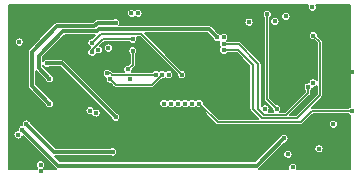
<source format=gbr>
%TF.GenerationSoftware,KiCad,Pcbnew,(5.1.6)-1*%
%TF.CreationDate,2020-12-28T02:25:49-08:00*%
%TF.ProjectId,SinESC-Multi,53696e45-5343-42d4-9d75-6c74692e6b69,2.3C*%
%TF.SameCoordinates,Original*%
%TF.FileFunction,Copper,L3,Inr*%
%TF.FilePolarity,Positive*%
%FSLAX46Y46*%
G04 Gerber Fmt 4.6, Leading zero omitted, Abs format (unit mm)*
G04 Created by KiCad (PCBNEW (5.1.6)-1) date 2020-12-28 02:25:49*
%MOMM*%
%LPD*%
G01*
G04 APERTURE LIST*
%TA.AperFunction,ViaPad*%
%ADD10C,0.400000*%
%TD*%
%TA.AperFunction,Conductor*%
%ADD11C,0.130000*%
%TD*%
%TA.AperFunction,Conductor*%
%ADD12C,0.300000*%
%TD*%
G04 APERTURE END LIST*
D10*
%TO.N,Earth*%
X26500000Y-28600000D03*
X44000000Y-23625000D03*
X41325000Y-22850000D03*
X41475000Y-17050000D03*
X42592500Y-27507500D03*
X17100000Y-18500000D03*
X33800000Y-22600000D03*
X22500000Y-18240055D03*
X44600000Y-21250000D03*
%TO.N,+3V3*%
X31100000Y-23900000D03*
X38100000Y-16950000D03*
X39600000Y-29300000D03*
X43050000Y-25650000D03*
X41325000Y-22150000D03*
X41250000Y-15750000D03*
X25800000Y-21850000D03*
X24000000Y-19200000D03*
X29100000Y-21450000D03*
%TO.N,VBUS*%
X16450000Y-18700000D03*
X25950000Y-16250000D03*
X37250000Y-24350000D03*
%TO.N,SHUNT_U*%
X35900000Y-17000000D03*
X39025000Y-16525000D03*
%TO.N,SHUNT_V*%
X37450000Y-16350000D03*
X38250000Y-24350000D03*
%TO.N,SHUNT_W*%
X26500000Y-16250000D03*
X39200000Y-28200000D03*
%TO.N,CUR_U*%
X41350000Y-18150000D03*
X33750000Y-19400000D03*
%TO.N,CUR_V*%
X33750000Y-18850000D03*
X40900000Y-22500000D03*
%TO.N,CUR_W*%
X33750000Y-18300000D03*
X41825000Y-27725000D03*
%TO.N,HSU*%
X24600000Y-17050000D03*
X19000000Y-23900000D03*
%TO.N,LSU*%
X16348094Y-26551102D03*
X23152673Y-19352673D03*
%TO.N,HSV*%
X33200000Y-18300000D03*
X19000000Y-21800000D03*
%TO.N,LSV*%
X38850000Y-26850000D03*
X16700000Y-26100008D03*
%TO.N,HSW*%
X18800000Y-20500000D03*
X24600000Y-25050000D03*
%TO.N,LSW*%
X24350000Y-28000000D03*
X17055217Y-25644815D03*
%TO.N,DRV_EN*%
X30200000Y-21450000D03*
X22601986Y-18760162D03*
%TO.N,DRV_FAULT*%
X26050000Y-18450000D03*
X22600000Y-19550000D03*
%TO.N,PWM_V_L*%
X25650000Y-21000000D03*
X26050000Y-19450000D03*
%TO.N,PWM_U_H*%
X24150000Y-21850000D03*
X28550000Y-21450000D03*
%TO.N,PWM_W_H*%
X23900000Y-21350000D03*
X27995685Y-21445685D03*
%TO.N,SPI_CSN*%
X18250000Y-29100000D03*
X28700000Y-23900000D03*
%TO.N,SPI_SCK*%
X18250000Y-29644988D03*
X29300000Y-23900000D03*
%TO.N,SPI_SDO*%
X29900000Y-23900000D03*
X22450000Y-24500000D03*
%TO.N,SPI_SDI*%
X30500000Y-23900000D03*
X22950000Y-24700000D03*
%TO.N,SINWIRE*%
X44600000Y-24525000D03*
X31694970Y-23900000D03*
%TD*%
D11*
%TO.N,SHUNT_V*%
X37450000Y-23550000D02*
X38250000Y-24350000D01*
X37450000Y-16350000D02*
X37450000Y-23550000D01*
%TO.N,CUR_U*%
X41900000Y-18700000D02*
X41350000Y-18150000D01*
X39950000Y-25150000D02*
X41900000Y-23200000D01*
X35000000Y-19400000D02*
X36200000Y-20600000D01*
X41900000Y-23200000D02*
X41900000Y-18700000D01*
X37000000Y-25150000D02*
X39950000Y-25150000D01*
X36200000Y-24350000D02*
X37000000Y-25150000D01*
X33750000Y-19400000D02*
X35000000Y-19400000D01*
X36200000Y-20600000D02*
X36200000Y-24350000D01*
%TO.N,CUR_V*%
X40900000Y-23000000D02*
X40900000Y-22500000D01*
X39050000Y-24850000D02*
X40900000Y-23000000D01*
X35016421Y-18850000D02*
X36700000Y-20533579D01*
X36700000Y-20533579D02*
X36700000Y-24400000D01*
X36700000Y-24400000D02*
X37150000Y-24850000D01*
X33750000Y-18850000D02*
X35016421Y-18850000D01*
X37150000Y-24850000D02*
X39050000Y-24850000D01*
D12*
%TO.N,HSU*%
X19669964Y-17330036D02*
X22800000Y-17330036D01*
X19000000Y-23900000D02*
X17500000Y-22400000D01*
X17500000Y-22400000D02*
X17500000Y-19500000D01*
X22800000Y-17330036D02*
X23080036Y-17050000D01*
X17500000Y-19500000D02*
X19669964Y-17330036D01*
X23080036Y-17050000D02*
X24600000Y-17050000D01*
%TO.N,HSV*%
X32504989Y-17604989D02*
X23163606Y-17604989D01*
X18100000Y-20900000D02*
X19000000Y-21800000D01*
X33200000Y-18300000D02*
X32504989Y-17604989D01*
X23008550Y-17760045D02*
X20189957Y-17760043D01*
X20189957Y-17760043D02*
X18100000Y-19850000D01*
X23163606Y-17604989D02*
X23008550Y-17760045D01*
X18100000Y-19850000D02*
X18100000Y-20900000D01*
%TO.N,LSV*%
X36550000Y-29150000D02*
X38850000Y-26850000D01*
X16700000Y-26100008D02*
X19749992Y-29150000D01*
X19749992Y-29150000D02*
X36550000Y-29150000D01*
%TO.N,HSW*%
X20050000Y-20500000D02*
X24600000Y-25050000D01*
X18800000Y-20500000D02*
X20050000Y-20500000D01*
%TO.N,LSW*%
X19410402Y-28000000D02*
X24350000Y-28000000D01*
X17055217Y-25644815D02*
X19410402Y-28000000D01*
D11*
%TO.N,DRV_EN*%
X23362148Y-18000000D02*
X22601986Y-18760162D01*
X26750000Y-18000000D02*
X23362148Y-18000000D01*
X30200000Y-21450000D02*
X26750000Y-18000000D01*
%TO.N,DRV_FAULT*%
X23496716Y-18450000D02*
X26050000Y-18450000D01*
X22600000Y-19346716D02*
X23496716Y-18450000D01*
X22600000Y-19550000D02*
X22600000Y-19346716D01*
%TO.N,PWM_V_L*%
X26050000Y-20600000D02*
X25650000Y-21000000D01*
X26050000Y-19450000D02*
X26050000Y-20600000D01*
%TO.N,PWM_U_H*%
X27700000Y-22300000D02*
X28550000Y-21450000D01*
X24150000Y-21850000D02*
X24600000Y-22300000D01*
X24600000Y-22300000D02*
X27700000Y-22300000D01*
%TO.N,PWM_W_H*%
X23900000Y-21350000D02*
X24182842Y-21350000D01*
X24282842Y-21450000D02*
X27991370Y-21450000D01*
X24182842Y-21350000D02*
X24282842Y-21450000D01*
X27991370Y-21450000D02*
X27995685Y-21445685D01*
%TO.N,SINWIRE*%
X33244970Y-25450000D02*
X31694970Y-23900000D01*
X44600000Y-24525000D02*
X41225000Y-24525000D01*
X41225000Y-24525000D02*
X40300000Y-25450000D01*
X40300000Y-25450000D02*
X33244970Y-25450000D01*
%TD*%
%TO.N,Earth*%
G36*
X40870180Y-15634783D02*
G01*
X40855000Y-15711096D01*
X40855000Y-15788904D01*
X40870180Y-15865217D01*
X40899956Y-15937103D01*
X40943184Y-16001798D01*
X40998202Y-16056816D01*
X41062897Y-16100044D01*
X41134783Y-16129820D01*
X41211096Y-16145000D01*
X41288904Y-16145000D01*
X41365217Y-16129820D01*
X41437103Y-16100044D01*
X41501798Y-16056816D01*
X41556816Y-16001798D01*
X41600044Y-15937103D01*
X41629820Y-15865217D01*
X41645000Y-15788904D01*
X41645000Y-15711096D01*
X41629820Y-15634783D01*
X41600915Y-15565000D01*
X44485000Y-15565000D01*
X44485000Y-24145137D01*
X44484783Y-24145180D01*
X44412897Y-24174956D01*
X44348202Y-24218184D01*
X44301386Y-24265000D01*
X41237765Y-24265000D01*
X41225000Y-24263743D01*
X41212235Y-24265000D01*
X41212227Y-24265000D01*
X41201654Y-24266041D01*
X42074821Y-23392875D01*
X42084737Y-23384737D01*
X42092875Y-23374821D01*
X42092879Y-23374817D01*
X42117227Y-23345148D01*
X42117228Y-23345147D01*
X42141371Y-23299979D01*
X42156238Y-23250969D01*
X42160000Y-23212773D01*
X42160000Y-23212764D01*
X42161257Y-23200001D01*
X42160000Y-23187238D01*
X42160000Y-18712762D01*
X42161257Y-18699999D01*
X42160000Y-18687236D01*
X42160000Y-18687227D01*
X42156238Y-18649031D01*
X42141371Y-18600021D01*
X42117228Y-18554853D01*
X42109142Y-18545000D01*
X42092879Y-18525183D01*
X42092875Y-18525179D01*
X42084737Y-18515263D01*
X42074821Y-18507125D01*
X41745000Y-18177305D01*
X41745000Y-18111096D01*
X41729820Y-18034783D01*
X41700044Y-17962897D01*
X41656816Y-17898202D01*
X41601798Y-17843184D01*
X41537103Y-17799956D01*
X41465217Y-17770180D01*
X41388904Y-17755000D01*
X41311096Y-17755000D01*
X41234783Y-17770180D01*
X41162897Y-17799956D01*
X41098202Y-17843184D01*
X41043184Y-17898202D01*
X40999956Y-17962897D01*
X40970180Y-18034783D01*
X40955000Y-18111096D01*
X40955000Y-18188904D01*
X40970180Y-18265217D01*
X40999956Y-18337103D01*
X41043184Y-18401798D01*
X41098202Y-18456816D01*
X41162897Y-18500044D01*
X41234783Y-18529820D01*
X41311096Y-18545000D01*
X41377305Y-18545000D01*
X41640001Y-18807697D01*
X41640000Y-21910451D01*
X41631816Y-21898202D01*
X41576798Y-21843184D01*
X41512103Y-21799956D01*
X41440217Y-21770180D01*
X41363904Y-21755000D01*
X41286096Y-21755000D01*
X41209783Y-21770180D01*
X41137897Y-21799956D01*
X41073202Y-21843184D01*
X41018184Y-21898202D01*
X40974956Y-21962897D01*
X40945180Y-22034783D01*
X40931213Y-22105000D01*
X40861096Y-22105000D01*
X40784783Y-22120180D01*
X40712897Y-22149956D01*
X40648202Y-22193184D01*
X40593184Y-22248202D01*
X40549956Y-22312897D01*
X40520180Y-22384783D01*
X40505000Y-22461096D01*
X40505000Y-22538904D01*
X40520180Y-22615217D01*
X40549956Y-22687103D01*
X40593184Y-22751798D01*
X40640000Y-22798614D01*
X40640000Y-22892305D01*
X38942306Y-24590000D01*
X38564699Y-24590000D01*
X38600044Y-24537103D01*
X38629820Y-24465217D01*
X38645000Y-24388904D01*
X38645000Y-24311096D01*
X38629820Y-24234783D01*
X38600044Y-24162897D01*
X38556816Y-24098202D01*
X38501798Y-24043184D01*
X38437103Y-23999956D01*
X38365217Y-23970180D01*
X38288904Y-23955000D01*
X38222695Y-23955000D01*
X37710000Y-23442306D01*
X37710000Y-17014040D01*
X37720180Y-17065217D01*
X37749956Y-17137103D01*
X37793184Y-17201798D01*
X37848202Y-17256816D01*
X37912897Y-17300044D01*
X37984783Y-17329820D01*
X38061096Y-17345000D01*
X38138904Y-17345000D01*
X38215217Y-17329820D01*
X38287103Y-17300044D01*
X38351798Y-17256816D01*
X38406816Y-17201798D01*
X38450044Y-17137103D01*
X38479820Y-17065217D01*
X38495000Y-16988904D01*
X38495000Y-16911096D01*
X38479820Y-16834783D01*
X38450044Y-16762897D01*
X38406816Y-16698202D01*
X38351798Y-16643184D01*
X38287103Y-16599956D01*
X38215217Y-16570180D01*
X38138904Y-16555000D01*
X38061096Y-16555000D01*
X37984783Y-16570180D01*
X37912897Y-16599956D01*
X37848202Y-16643184D01*
X37793184Y-16698202D01*
X37749956Y-16762897D01*
X37720180Y-16834783D01*
X37710000Y-16885960D01*
X37710000Y-16648614D01*
X37756816Y-16601798D01*
X37800044Y-16537103D01*
X37821171Y-16486096D01*
X38630000Y-16486096D01*
X38630000Y-16563904D01*
X38645180Y-16640217D01*
X38674956Y-16712103D01*
X38718184Y-16776798D01*
X38773202Y-16831816D01*
X38837897Y-16875044D01*
X38909783Y-16904820D01*
X38986096Y-16920000D01*
X39063904Y-16920000D01*
X39140217Y-16904820D01*
X39212103Y-16875044D01*
X39276798Y-16831816D01*
X39331816Y-16776798D01*
X39375044Y-16712103D01*
X39404820Y-16640217D01*
X39420000Y-16563904D01*
X39420000Y-16486096D01*
X39404820Y-16409783D01*
X39375044Y-16337897D01*
X39331816Y-16273202D01*
X39276798Y-16218184D01*
X39212103Y-16174956D01*
X39140217Y-16145180D01*
X39063904Y-16130000D01*
X38986096Y-16130000D01*
X38909783Y-16145180D01*
X38837897Y-16174956D01*
X38773202Y-16218184D01*
X38718184Y-16273202D01*
X38674956Y-16337897D01*
X38645180Y-16409783D01*
X38630000Y-16486096D01*
X37821171Y-16486096D01*
X37829820Y-16465217D01*
X37845000Y-16388904D01*
X37845000Y-16311096D01*
X37829820Y-16234783D01*
X37800044Y-16162897D01*
X37756816Y-16098202D01*
X37701798Y-16043184D01*
X37637103Y-15999956D01*
X37565217Y-15970180D01*
X37488904Y-15955000D01*
X37411096Y-15955000D01*
X37334783Y-15970180D01*
X37262897Y-15999956D01*
X37198202Y-16043184D01*
X37143184Y-16098202D01*
X37099956Y-16162897D01*
X37070180Y-16234783D01*
X37055000Y-16311096D01*
X37055000Y-16388904D01*
X37070180Y-16465217D01*
X37099956Y-16537103D01*
X37143184Y-16601798D01*
X37190000Y-16648614D01*
X37190001Y-23537228D01*
X37188743Y-23550000D01*
X37193763Y-23600968D01*
X37208630Y-23649979D01*
X37232772Y-23695147D01*
X37247340Y-23712897D01*
X37265264Y-23734737D01*
X37275185Y-23742879D01*
X37855000Y-24322695D01*
X37855000Y-24388904D01*
X37870180Y-24465217D01*
X37899956Y-24537103D01*
X37935301Y-24590000D01*
X37564699Y-24590000D01*
X37600044Y-24537103D01*
X37629820Y-24465217D01*
X37645000Y-24388904D01*
X37645000Y-24311096D01*
X37629820Y-24234783D01*
X37600044Y-24162897D01*
X37556816Y-24098202D01*
X37501798Y-24043184D01*
X37437103Y-23999956D01*
X37365217Y-23970180D01*
X37288904Y-23955000D01*
X37211096Y-23955000D01*
X37134783Y-23970180D01*
X37062897Y-23999956D01*
X36998202Y-24043184D01*
X36960000Y-24081386D01*
X36960000Y-20546341D01*
X36961257Y-20533578D01*
X36960000Y-20520815D01*
X36960000Y-20520806D01*
X36956238Y-20482610D01*
X36941371Y-20433600D01*
X36917228Y-20388432D01*
X36899915Y-20367336D01*
X36892879Y-20358762D01*
X36892875Y-20358758D01*
X36884737Y-20348842D01*
X36874821Y-20340704D01*
X35209305Y-18675190D01*
X35201158Y-18665263D01*
X35161568Y-18632772D01*
X35116400Y-18608629D01*
X35067390Y-18593762D01*
X35029194Y-18590000D01*
X35029183Y-18590000D01*
X35016421Y-18588743D01*
X35003659Y-18590000D01*
X34048614Y-18590000D01*
X34033614Y-18575000D01*
X34056816Y-18551798D01*
X34100044Y-18487103D01*
X34129820Y-18415217D01*
X34145000Y-18338904D01*
X34145000Y-18261096D01*
X34129820Y-18184783D01*
X34100044Y-18112897D01*
X34056816Y-18048202D01*
X34001798Y-17993184D01*
X33937103Y-17949956D01*
X33865217Y-17920180D01*
X33788904Y-17905000D01*
X33711096Y-17905000D01*
X33634783Y-17920180D01*
X33562897Y-17949956D01*
X33498202Y-17993184D01*
X33475000Y-18016386D01*
X33451798Y-17993184D01*
X33387103Y-17949956D01*
X33315217Y-17920180D01*
X33306313Y-17918409D01*
X32760927Y-17373024D01*
X32750121Y-17359857D01*
X32697588Y-17316744D01*
X32637653Y-17284709D01*
X32572621Y-17264981D01*
X32521935Y-17259989D01*
X32521927Y-17259989D01*
X32504989Y-17258321D01*
X32488051Y-17259989D01*
X24934752Y-17259989D01*
X24950044Y-17237103D01*
X24979820Y-17165217D01*
X24995000Y-17088904D01*
X24995000Y-17011096D01*
X24985055Y-16961096D01*
X35505000Y-16961096D01*
X35505000Y-17038904D01*
X35520180Y-17115217D01*
X35549956Y-17187103D01*
X35593184Y-17251798D01*
X35648202Y-17306816D01*
X35712897Y-17350044D01*
X35784783Y-17379820D01*
X35861096Y-17395000D01*
X35938904Y-17395000D01*
X36015217Y-17379820D01*
X36087103Y-17350044D01*
X36151798Y-17306816D01*
X36206816Y-17251798D01*
X36250044Y-17187103D01*
X36279820Y-17115217D01*
X36295000Y-17038904D01*
X36295000Y-16961096D01*
X36279820Y-16884783D01*
X36250044Y-16812897D01*
X36206816Y-16748202D01*
X36151798Y-16693184D01*
X36087103Y-16649956D01*
X36015217Y-16620180D01*
X35938904Y-16605000D01*
X35861096Y-16605000D01*
X35784783Y-16620180D01*
X35712897Y-16649956D01*
X35648202Y-16693184D01*
X35593184Y-16748202D01*
X35549956Y-16812897D01*
X35520180Y-16884783D01*
X35505000Y-16961096D01*
X24985055Y-16961096D01*
X24979820Y-16934783D01*
X24950044Y-16862897D01*
X24906816Y-16798202D01*
X24851798Y-16743184D01*
X24787103Y-16699956D01*
X24715217Y-16670180D01*
X24638904Y-16655000D01*
X24561096Y-16655000D01*
X24484783Y-16670180D01*
X24412897Y-16699956D01*
X24405348Y-16705000D01*
X23096982Y-16705000D01*
X23080036Y-16703331D01*
X23063090Y-16705000D01*
X23012404Y-16709992D01*
X22947372Y-16729720D01*
X22887437Y-16761755D01*
X22834904Y-16804868D01*
X22824103Y-16818030D01*
X22657097Y-16985036D01*
X19686910Y-16985036D01*
X19669964Y-16983367D01*
X19602332Y-16990028D01*
X19537299Y-17009756D01*
X19482766Y-17038904D01*
X19477365Y-17041791D01*
X19424832Y-17084904D01*
X19414026Y-17098071D01*
X17268030Y-19244067D01*
X17254869Y-19254868D01*
X17244068Y-19268029D01*
X17244066Y-19268031D01*
X17211755Y-19307402D01*
X17179721Y-19367336D01*
X17159992Y-19432369D01*
X17153332Y-19500000D01*
X17155001Y-19516948D01*
X17155000Y-22383062D01*
X17153332Y-22400000D01*
X17155000Y-22416938D01*
X17155000Y-22416945D01*
X17159992Y-22467631D01*
X17179720Y-22532663D01*
X17211755Y-22592598D01*
X17254868Y-22645131D01*
X17268030Y-22655933D01*
X18618409Y-24006313D01*
X18620180Y-24015217D01*
X18649956Y-24087103D01*
X18693184Y-24151798D01*
X18748202Y-24206816D01*
X18812897Y-24250044D01*
X18884783Y-24279820D01*
X18961096Y-24295000D01*
X19038904Y-24295000D01*
X19115217Y-24279820D01*
X19187103Y-24250044D01*
X19251798Y-24206816D01*
X19306816Y-24151798D01*
X19350044Y-24087103D01*
X19379820Y-24015217D01*
X19395000Y-23938904D01*
X19395000Y-23861096D01*
X19379820Y-23784783D01*
X19350044Y-23712897D01*
X19306816Y-23648202D01*
X19251798Y-23593184D01*
X19187103Y-23549956D01*
X19115217Y-23520180D01*
X19106313Y-23518409D01*
X17845000Y-22257097D01*
X17845000Y-21133107D01*
X17854869Y-21145132D01*
X17868030Y-21155933D01*
X18618409Y-21906313D01*
X18620180Y-21915217D01*
X18649956Y-21987103D01*
X18693184Y-22051798D01*
X18748202Y-22106816D01*
X18812897Y-22150044D01*
X18884783Y-22179820D01*
X18961096Y-22195000D01*
X19038904Y-22195000D01*
X19115217Y-22179820D01*
X19187103Y-22150044D01*
X19251798Y-22106816D01*
X19306816Y-22051798D01*
X19350044Y-21987103D01*
X19379820Y-21915217D01*
X19395000Y-21838904D01*
X19395000Y-21761096D01*
X19379820Y-21684783D01*
X19350044Y-21612897D01*
X19306816Y-21548202D01*
X19251798Y-21493184D01*
X19187103Y-21449956D01*
X19115217Y-21420180D01*
X19106313Y-21418409D01*
X18445000Y-20757097D01*
X18445000Y-20675138D01*
X18449956Y-20687103D01*
X18493184Y-20751798D01*
X18548202Y-20806816D01*
X18612897Y-20850044D01*
X18684783Y-20879820D01*
X18761096Y-20895000D01*
X18838904Y-20895000D01*
X18915217Y-20879820D01*
X18987103Y-20850044D01*
X18994652Y-20845000D01*
X19907097Y-20845000D01*
X24218409Y-25156313D01*
X24220180Y-25165217D01*
X24249956Y-25237103D01*
X24293184Y-25301798D01*
X24348202Y-25356816D01*
X24412897Y-25400044D01*
X24484783Y-25429820D01*
X24561096Y-25445000D01*
X24638904Y-25445000D01*
X24715217Y-25429820D01*
X24787103Y-25400044D01*
X24851798Y-25356816D01*
X24906816Y-25301798D01*
X24950044Y-25237103D01*
X24979820Y-25165217D01*
X24995000Y-25088904D01*
X24995000Y-25011096D01*
X24979820Y-24934783D01*
X24950044Y-24862897D01*
X24906816Y-24798202D01*
X24851798Y-24743184D01*
X24787103Y-24699956D01*
X24715217Y-24670180D01*
X24706313Y-24668409D01*
X21349000Y-21311096D01*
X23505000Y-21311096D01*
X23505000Y-21388904D01*
X23520180Y-21465217D01*
X23549956Y-21537103D01*
X23593184Y-21601798D01*
X23648202Y-21656816D01*
X23712897Y-21700044D01*
X23774073Y-21725384D01*
X23770180Y-21734783D01*
X23755000Y-21811096D01*
X23755000Y-21888904D01*
X23770180Y-21965217D01*
X23799956Y-22037103D01*
X23843184Y-22101798D01*
X23898202Y-22156816D01*
X23962897Y-22200044D01*
X24034783Y-22229820D01*
X24111096Y-22245000D01*
X24177306Y-22245000D01*
X24407121Y-22474816D01*
X24415263Y-22484737D01*
X24425184Y-22492879D01*
X24454852Y-22517228D01*
X24478411Y-22529820D01*
X24500021Y-22541371D01*
X24549031Y-22556238D01*
X24587227Y-22560000D01*
X24587236Y-22560000D01*
X24599999Y-22561257D01*
X24612762Y-22560000D01*
X27687238Y-22560000D01*
X27700000Y-22561257D01*
X27712762Y-22560000D01*
X27712773Y-22560000D01*
X27750969Y-22556238D01*
X27799979Y-22541371D01*
X27845147Y-22517228D01*
X27884737Y-22484737D01*
X27892884Y-22474810D01*
X28522695Y-21845000D01*
X28588904Y-21845000D01*
X28665217Y-21829820D01*
X28737103Y-21800044D01*
X28801798Y-21756816D01*
X28825000Y-21733614D01*
X28848202Y-21756816D01*
X28912897Y-21800044D01*
X28984783Y-21829820D01*
X29061096Y-21845000D01*
X29138904Y-21845000D01*
X29215217Y-21829820D01*
X29287103Y-21800044D01*
X29351798Y-21756816D01*
X29406816Y-21701798D01*
X29450044Y-21637103D01*
X29479820Y-21565217D01*
X29495000Y-21488904D01*
X29495000Y-21411096D01*
X29479820Y-21334783D01*
X29450044Y-21262897D01*
X29406816Y-21198202D01*
X29351798Y-21143184D01*
X29287103Y-21099956D01*
X29215217Y-21070180D01*
X29138904Y-21055000D01*
X29061096Y-21055000D01*
X28984783Y-21070180D01*
X28912897Y-21099956D01*
X28848202Y-21143184D01*
X28825000Y-21166386D01*
X28801798Y-21143184D01*
X28737103Y-21099956D01*
X28665217Y-21070180D01*
X28588904Y-21055000D01*
X28511096Y-21055000D01*
X28434783Y-21070180D01*
X28362897Y-21099956D01*
X28298202Y-21143184D01*
X28275000Y-21166386D01*
X28247483Y-21138869D01*
X28182788Y-21095641D01*
X28110902Y-21065865D01*
X28034589Y-21050685D01*
X27956781Y-21050685D01*
X27880468Y-21065865D01*
X27808582Y-21095641D01*
X27743887Y-21138869D01*
X27692756Y-21190000D01*
X25998108Y-21190000D01*
X26000044Y-21187103D01*
X26029820Y-21115217D01*
X26045000Y-21038904D01*
X26045000Y-20972695D01*
X26224821Y-20792875D01*
X26234737Y-20784737D01*
X26242875Y-20774821D01*
X26242879Y-20774817D01*
X26267227Y-20745148D01*
X26267228Y-20745147D01*
X26291371Y-20699979D01*
X26306238Y-20650969D01*
X26310000Y-20612773D01*
X26310000Y-20612764D01*
X26311257Y-20600001D01*
X26310000Y-20587238D01*
X26310000Y-19748614D01*
X26356816Y-19701798D01*
X26400044Y-19637103D01*
X26429820Y-19565217D01*
X26445000Y-19488904D01*
X26445000Y-19411096D01*
X26429820Y-19334783D01*
X26400044Y-19262897D01*
X26356816Y-19198202D01*
X26301798Y-19143184D01*
X26237103Y-19099956D01*
X26165217Y-19070180D01*
X26088904Y-19055000D01*
X26011096Y-19055000D01*
X25934783Y-19070180D01*
X25862897Y-19099956D01*
X25798202Y-19143184D01*
X25743184Y-19198202D01*
X25699956Y-19262897D01*
X25670180Y-19334783D01*
X25655000Y-19411096D01*
X25655000Y-19488904D01*
X25670180Y-19565217D01*
X25699956Y-19637103D01*
X25743184Y-19701798D01*
X25790000Y-19748614D01*
X25790001Y-20492304D01*
X25677305Y-20605000D01*
X25611096Y-20605000D01*
X25534783Y-20620180D01*
X25462897Y-20649956D01*
X25398202Y-20693184D01*
X25343184Y-20748202D01*
X25299956Y-20812897D01*
X25270180Y-20884783D01*
X25255000Y-20961096D01*
X25255000Y-21038904D01*
X25270180Y-21115217D01*
X25299956Y-21187103D01*
X25301892Y-21190000D01*
X24390536Y-21190000D01*
X24375725Y-21175189D01*
X24367579Y-21165263D01*
X24327989Y-21132772D01*
X24282821Y-21108629D01*
X24233811Y-21093762D01*
X24198942Y-21090328D01*
X24151798Y-21043184D01*
X24087103Y-20999956D01*
X24015217Y-20970180D01*
X23938904Y-20955000D01*
X23861096Y-20955000D01*
X23784783Y-20970180D01*
X23712897Y-20999956D01*
X23648202Y-21043184D01*
X23593184Y-21098202D01*
X23549956Y-21162897D01*
X23520180Y-21234783D01*
X23505000Y-21311096D01*
X21349000Y-21311096D01*
X20305938Y-20268035D01*
X20295132Y-20254868D01*
X20242599Y-20211755D01*
X20182664Y-20179720D01*
X20117632Y-20159992D01*
X20066946Y-20155000D01*
X20066938Y-20155000D01*
X20050000Y-20153332D01*
X20033062Y-20155000D01*
X18994652Y-20155000D01*
X18987103Y-20149956D01*
X18915217Y-20120180D01*
X18838904Y-20105000D01*
X18761096Y-20105000D01*
X18684783Y-20120180D01*
X18612897Y-20149956D01*
X18548202Y-20193184D01*
X18493184Y-20248202D01*
X18449956Y-20312897D01*
X18445000Y-20324862D01*
X18445000Y-19992903D01*
X20332861Y-18105042D01*
X22889408Y-18105045D01*
X22629291Y-18365162D01*
X22563082Y-18365162D01*
X22486769Y-18380342D01*
X22414883Y-18410118D01*
X22350188Y-18453346D01*
X22295170Y-18508364D01*
X22251942Y-18573059D01*
X22222166Y-18644945D01*
X22206986Y-18721258D01*
X22206986Y-18799066D01*
X22222166Y-18875379D01*
X22251942Y-18947265D01*
X22295170Y-19011960D01*
X22350188Y-19066978D01*
X22414883Y-19110206D01*
X22453019Y-19126003D01*
X22425185Y-19153837D01*
X22415264Y-19161979D01*
X22407122Y-19171900D01*
X22407121Y-19171901D01*
X22382772Y-19201569D01*
X22367377Y-19230371D01*
X22348202Y-19243184D01*
X22293184Y-19298202D01*
X22249956Y-19362897D01*
X22220180Y-19434783D01*
X22205000Y-19511096D01*
X22205000Y-19588904D01*
X22220180Y-19665217D01*
X22249956Y-19737103D01*
X22293184Y-19801798D01*
X22348202Y-19856816D01*
X22412897Y-19900044D01*
X22484783Y-19929820D01*
X22561096Y-19945000D01*
X22638904Y-19945000D01*
X22715217Y-19929820D01*
X22787103Y-19900044D01*
X22851798Y-19856816D01*
X22906816Y-19801798D01*
X22950044Y-19737103D01*
X22964565Y-19702046D01*
X22965570Y-19702717D01*
X23037456Y-19732493D01*
X23113769Y-19747673D01*
X23191577Y-19747673D01*
X23267890Y-19732493D01*
X23339776Y-19702717D01*
X23404471Y-19659489D01*
X23459489Y-19604471D01*
X23502717Y-19539776D01*
X23532493Y-19467890D01*
X23547673Y-19391577D01*
X23547673Y-19313769D01*
X23532493Y-19237456D01*
X23502717Y-19165570D01*
X23499728Y-19161096D01*
X23605000Y-19161096D01*
X23605000Y-19238904D01*
X23620180Y-19315217D01*
X23649956Y-19387103D01*
X23693184Y-19451798D01*
X23748202Y-19506816D01*
X23812897Y-19550044D01*
X23884783Y-19579820D01*
X23961096Y-19595000D01*
X24038904Y-19595000D01*
X24115217Y-19579820D01*
X24187103Y-19550044D01*
X24251798Y-19506816D01*
X24306816Y-19451798D01*
X24350044Y-19387103D01*
X24379820Y-19315217D01*
X24395000Y-19238904D01*
X24395000Y-19161096D01*
X24379820Y-19084783D01*
X24350044Y-19012897D01*
X24306816Y-18948202D01*
X24251798Y-18893184D01*
X24187103Y-18849956D01*
X24115217Y-18820180D01*
X24038904Y-18805000D01*
X23961096Y-18805000D01*
X23884783Y-18820180D01*
X23812897Y-18849956D01*
X23748202Y-18893184D01*
X23693184Y-18948202D01*
X23649956Y-19012897D01*
X23620180Y-19084783D01*
X23605000Y-19161096D01*
X23499728Y-19161096D01*
X23459489Y-19100875D01*
X23404471Y-19045857D01*
X23339776Y-19002629D01*
X23319981Y-18994430D01*
X23604411Y-18710000D01*
X25751386Y-18710000D01*
X25798202Y-18756816D01*
X25862897Y-18800044D01*
X25934783Y-18829820D01*
X26011096Y-18845000D01*
X26088904Y-18845000D01*
X26165217Y-18829820D01*
X26237103Y-18800044D01*
X26301798Y-18756816D01*
X26356816Y-18701798D01*
X26400044Y-18637103D01*
X26429820Y-18565217D01*
X26445000Y-18488904D01*
X26445000Y-18411096D01*
X26429820Y-18334783D01*
X26400044Y-18262897D01*
X26398108Y-18260000D01*
X26642306Y-18260000D01*
X29805000Y-21422695D01*
X29805000Y-21488904D01*
X29820180Y-21565217D01*
X29849956Y-21637103D01*
X29893184Y-21701798D01*
X29948202Y-21756816D01*
X30012897Y-21800044D01*
X30084783Y-21829820D01*
X30161096Y-21845000D01*
X30238904Y-21845000D01*
X30315217Y-21829820D01*
X30387103Y-21800044D01*
X30451798Y-21756816D01*
X30506816Y-21701798D01*
X30550044Y-21637103D01*
X30579820Y-21565217D01*
X30595000Y-21488904D01*
X30595000Y-21411096D01*
X30579820Y-21334783D01*
X30550044Y-21262897D01*
X30506816Y-21198202D01*
X30451798Y-21143184D01*
X30387103Y-21099956D01*
X30315217Y-21070180D01*
X30238904Y-21055000D01*
X30172695Y-21055000D01*
X27067683Y-17949989D01*
X32362086Y-17949989D01*
X32818409Y-18406313D01*
X32820180Y-18415217D01*
X32849956Y-18487103D01*
X32893184Y-18551798D01*
X32948202Y-18606816D01*
X33012897Y-18650044D01*
X33084783Y-18679820D01*
X33161096Y-18695000D01*
X33238904Y-18695000D01*
X33315217Y-18679820D01*
X33387103Y-18650044D01*
X33425838Y-18624162D01*
X33399956Y-18662897D01*
X33370180Y-18734783D01*
X33355000Y-18811096D01*
X33355000Y-18888904D01*
X33370180Y-18965217D01*
X33399956Y-19037103D01*
X33443184Y-19101798D01*
X33466386Y-19125000D01*
X33443184Y-19148202D01*
X33399956Y-19212897D01*
X33370180Y-19284783D01*
X33355000Y-19361096D01*
X33355000Y-19438904D01*
X33370180Y-19515217D01*
X33399956Y-19587103D01*
X33443184Y-19651798D01*
X33498202Y-19706816D01*
X33562897Y-19750044D01*
X33634783Y-19779820D01*
X33711096Y-19795000D01*
X33788904Y-19795000D01*
X33865217Y-19779820D01*
X33937103Y-19750044D01*
X34001798Y-19706816D01*
X34048614Y-19660000D01*
X34892306Y-19660000D01*
X35940000Y-20707696D01*
X35940001Y-24337228D01*
X35938743Y-24350000D01*
X35943763Y-24400968D01*
X35958630Y-24449979D01*
X35982772Y-24495147D01*
X35997340Y-24512897D01*
X36015264Y-24534737D01*
X36025185Y-24542879D01*
X36672305Y-25190000D01*
X33352665Y-25190000D01*
X32089970Y-23927306D01*
X32089970Y-23861096D01*
X32074790Y-23784783D01*
X32045014Y-23712897D01*
X32001786Y-23648202D01*
X31946768Y-23593184D01*
X31882073Y-23549956D01*
X31810187Y-23520180D01*
X31733874Y-23505000D01*
X31656066Y-23505000D01*
X31579753Y-23520180D01*
X31507867Y-23549956D01*
X31443172Y-23593184D01*
X31397485Y-23638871D01*
X31351798Y-23593184D01*
X31287103Y-23549956D01*
X31215217Y-23520180D01*
X31138904Y-23505000D01*
X31061096Y-23505000D01*
X30984783Y-23520180D01*
X30912897Y-23549956D01*
X30848202Y-23593184D01*
X30800000Y-23641386D01*
X30751798Y-23593184D01*
X30687103Y-23549956D01*
X30615217Y-23520180D01*
X30538904Y-23505000D01*
X30461096Y-23505000D01*
X30384783Y-23520180D01*
X30312897Y-23549956D01*
X30248202Y-23593184D01*
X30200000Y-23641386D01*
X30151798Y-23593184D01*
X30087103Y-23549956D01*
X30015217Y-23520180D01*
X29938904Y-23505000D01*
X29861096Y-23505000D01*
X29784783Y-23520180D01*
X29712897Y-23549956D01*
X29648202Y-23593184D01*
X29600000Y-23641386D01*
X29551798Y-23593184D01*
X29487103Y-23549956D01*
X29415217Y-23520180D01*
X29338904Y-23505000D01*
X29261096Y-23505000D01*
X29184783Y-23520180D01*
X29112897Y-23549956D01*
X29048202Y-23593184D01*
X29000000Y-23641386D01*
X28951798Y-23593184D01*
X28887103Y-23549956D01*
X28815217Y-23520180D01*
X28738904Y-23505000D01*
X28661096Y-23505000D01*
X28584783Y-23520180D01*
X28512897Y-23549956D01*
X28448202Y-23593184D01*
X28393184Y-23648202D01*
X28349956Y-23712897D01*
X28320180Y-23784783D01*
X28305000Y-23861096D01*
X28305000Y-23938904D01*
X28320180Y-24015217D01*
X28349956Y-24087103D01*
X28393184Y-24151798D01*
X28448202Y-24206816D01*
X28512897Y-24250044D01*
X28584783Y-24279820D01*
X28661096Y-24295000D01*
X28738904Y-24295000D01*
X28815217Y-24279820D01*
X28887103Y-24250044D01*
X28951798Y-24206816D01*
X29000000Y-24158614D01*
X29048202Y-24206816D01*
X29112897Y-24250044D01*
X29184783Y-24279820D01*
X29261096Y-24295000D01*
X29338904Y-24295000D01*
X29415217Y-24279820D01*
X29487103Y-24250044D01*
X29551798Y-24206816D01*
X29600000Y-24158614D01*
X29648202Y-24206816D01*
X29712897Y-24250044D01*
X29784783Y-24279820D01*
X29861096Y-24295000D01*
X29938904Y-24295000D01*
X30015217Y-24279820D01*
X30087103Y-24250044D01*
X30151798Y-24206816D01*
X30200000Y-24158614D01*
X30248202Y-24206816D01*
X30312897Y-24250044D01*
X30384783Y-24279820D01*
X30461096Y-24295000D01*
X30538904Y-24295000D01*
X30615217Y-24279820D01*
X30687103Y-24250044D01*
X30751798Y-24206816D01*
X30800000Y-24158614D01*
X30848202Y-24206816D01*
X30912897Y-24250044D01*
X30984783Y-24279820D01*
X31061096Y-24295000D01*
X31138904Y-24295000D01*
X31215217Y-24279820D01*
X31287103Y-24250044D01*
X31351798Y-24206816D01*
X31397485Y-24161129D01*
X31443172Y-24206816D01*
X31507867Y-24250044D01*
X31579753Y-24279820D01*
X31656066Y-24295000D01*
X31722276Y-24295000D01*
X33052091Y-25624816D01*
X33060233Y-25634737D01*
X33070154Y-25642879D01*
X33099822Y-25667228D01*
X33123965Y-25680132D01*
X33144991Y-25691371D01*
X33194001Y-25706238D01*
X33232197Y-25710000D01*
X33232207Y-25710000D01*
X33244969Y-25711257D01*
X33257732Y-25710000D01*
X40287238Y-25710000D01*
X40300000Y-25711257D01*
X40312762Y-25710000D01*
X40312773Y-25710000D01*
X40350969Y-25706238D01*
X40399979Y-25691371D01*
X40445147Y-25667228D01*
X40484737Y-25634737D01*
X40492884Y-25624810D01*
X40506598Y-25611096D01*
X42655000Y-25611096D01*
X42655000Y-25688904D01*
X42670180Y-25765217D01*
X42699956Y-25837103D01*
X42743184Y-25901798D01*
X42798202Y-25956816D01*
X42862897Y-26000044D01*
X42934783Y-26029820D01*
X43011096Y-26045000D01*
X43088904Y-26045000D01*
X43165217Y-26029820D01*
X43237103Y-26000044D01*
X43301798Y-25956816D01*
X43356816Y-25901798D01*
X43400044Y-25837103D01*
X43429820Y-25765217D01*
X43445000Y-25688904D01*
X43445000Y-25611096D01*
X43429820Y-25534783D01*
X43400044Y-25462897D01*
X43356816Y-25398202D01*
X43301798Y-25343184D01*
X43237103Y-25299956D01*
X43165217Y-25270180D01*
X43088904Y-25255000D01*
X43011096Y-25255000D01*
X42934783Y-25270180D01*
X42862897Y-25299956D01*
X42798202Y-25343184D01*
X42743184Y-25398202D01*
X42699956Y-25462897D01*
X42670180Y-25534783D01*
X42655000Y-25611096D01*
X40506598Y-25611096D01*
X41332695Y-24785000D01*
X44301386Y-24785000D01*
X44348202Y-24831816D01*
X44412897Y-24875044D01*
X44484783Y-24904820D01*
X44485000Y-24904863D01*
X44485000Y-29435000D01*
X39971626Y-29435000D01*
X39979820Y-29415217D01*
X39995000Y-29338904D01*
X39995000Y-29261096D01*
X39979820Y-29184783D01*
X39950044Y-29112897D01*
X39906816Y-29048202D01*
X39851798Y-28993184D01*
X39787103Y-28949956D01*
X39715217Y-28920180D01*
X39638904Y-28905000D01*
X39561096Y-28905000D01*
X39484783Y-28920180D01*
X39412897Y-28949956D01*
X39348202Y-28993184D01*
X39293184Y-29048202D01*
X39249956Y-29112897D01*
X39220180Y-29184783D01*
X39205000Y-29261096D01*
X39205000Y-29338904D01*
X39220180Y-29415217D01*
X39228374Y-29435000D01*
X36746553Y-29435000D01*
X36795132Y-29395132D01*
X36805938Y-29381965D01*
X38026807Y-28161096D01*
X38805000Y-28161096D01*
X38805000Y-28238904D01*
X38820180Y-28315217D01*
X38849956Y-28387103D01*
X38893184Y-28451798D01*
X38948202Y-28506816D01*
X39012897Y-28550044D01*
X39084783Y-28579820D01*
X39161096Y-28595000D01*
X39238904Y-28595000D01*
X39315217Y-28579820D01*
X39387103Y-28550044D01*
X39451798Y-28506816D01*
X39506816Y-28451798D01*
X39550044Y-28387103D01*
X39579820Y-28315217D01*
X39595000Y-28238904D01*
X39595000Y-28161096D01*
X39579820Y-28084783D01*
X39550044Y-28012897D01*
X39506816Y-27948202D01*
X39451798Y-27893184D01*
X39387103Y-27849956D01*
X39315217Y-27820180D01*
X39238904Y-27805000D01*
X39161096Y-27805000D01*
X39084783Y-27820180D01*
X39012897Y-27849956D01*
X38948202Y-27893184D01*
X38893184Y-27948202D01*
X38849956Y-28012897D01*
X38820180Y-28084783D01*
X38805000Y-28161096D01*
X38026807Y-28161096D01*
X38501807Y-27686096D01*
X41430000Y-27686096D01*
X41430000Y-27763904D01*
X41445180Y-27840217D01*
X41474956Y-27912103D01*
X41518184Y-27976798D01*
X41573202Y-28031816D01*
X41637897Y-28075044D01*
X41709783Y-28104820D01*
X41786096Y-28120000D01*
X41863904Y-28120000D01*
X41940217Y-28104820D01*
X42012103Y-28075044D01*
X42076798Y-28031816D01*
X42131816Y-27976798D01*
X42175044Y-27912103D01*
X42204820Y-27840217D01*
X42220000Y-27763904D01*
X42220000Y-27686096D01*
X42204820Y-27609783D01*
X42175044Y-27537897D01*
X42131816Y-27473202D01*
X42076798Y-27418184D01*
X42012103Y-27374956D01*
X41940217Y-27345180D01*
X41863904Y-27330000D01*
X41786096Y-27330000D01*
X41709783Y-27345180D01*
X41637897Y-27374956D01*
X41573202Y-27418184D01*
X41518184Y-27473202D01*
X41474956Y-27537897D01*
X41445180Y-27609783D01*
X41430000Y-27686096D01*
X38501807Y-27686096D01*
X38956313Y-27231591D01*
X38965217Y-27229820D01*
X39037103Y-27200044D01*
X39101798Y-27156816D01*
X39156816Y-27101798D01*
X39200044Y-27037103D01*
X39229820Y-26965217D01*
X39245000Y-26888904D01*
X39245000Y-26811096D01*
X39229820Y-26734783D01*
X39200044Y-26662897D01*
X39156816Y-26598202D01*
X39101798Y-26543184D01*
X39037103Y-26499956D01*
X38965217Y-26470180D01*
X38888904Y-26455000D01*
X38811096Y-26455000D01*
X38734783Y-26470180D01*
X38662897Y-26499956D01*
X38598202Y-26543184D01*
X38543184Y-26598202D01*
X38499956Y-26662897D01*
X38470180Y-26734783D01*
X38468409Y-26743687D01*
X36407097Y-28805000D01*
X19892896Y-28805000D01*
X19432896Y-28345000D01*
X24155348Y-28345000D01*
X24162897Y-28350044D01*
X24234783Y-28379820D01*
X24311096Y-28395000D01*
X24388904Y-28395000D01*
X24465217Y-28379820D01*
X24537103Y-28350044D01*
X24601798Y-28306816D01*
X24656816Y-28251798D01*
X24700044Y-28187103D01*
X24729820Y-28115217D01*
X24745000Y-28038904D01*
X24745000Y-27961096D01*
X24729820Y-27884783D01*
X24700044Y-27812897D01*
X24656816Y-27748202D01*
X24601798Y-27693184D01*
X24537103Y-27649956D01*
X24465217Y-27620180D01*
X24388904Y-27605000D01*
X24311096Y-27605000D01*
X24234783Y-27620180D01*
X24162897Y-27649956D01*
X24155348Y-27655000D01*
X19553305Y-27655000D01*
X17436808Y-25538503D01*
X17435037Y-25529598D01*
X17405261Y-25457712D01*
X17362033Y-25393017D01*
X17307015Y-25337999D01*
X17242320Y-25294771D01*
X17170434Y-25264995D01*
X17094121Y-25249815D01*
X17016313Y-25249815D01*
X16940000Y-25264995D01*
X16868114Y-25294771D01*
X16803419Y-25337999D01*
X16748401Y-25393017D01*
X16705173Y-25457712D01*
X16675397Y-25529598D01*
X16660217Y-25605911D01*
X16660217Y-25683719D01*
X16664452Y-25705008D01*
X16661096Y-25705008D01*
X16584783Y-25720188D01*
X16512897Y-25749964D01*
X16448202Y-25793192D01*
X16393184Y-25848210D01*
X16349956Y-25912905D01*
X16320180Y-25984791D01*
X16305000Y-26061104D01*
X16305000Y-26138912D01*
X16308449Y-26156249D01*
X16232877Y-26171282D01*
X16160991Y-26201058D01*
X16096296Y-26244286D01*
X16041278Y-26299304D01*
X15998050Y-26363999D01*
X15968274Y-26435885D01*
X15953094Y-26512198D01*
X15953094Y-26590006D01*
X15968274Y-26666319D01*
X15998050Y-26738205D01*
X16041278Y-26802900D01*
X16096296Y-26857918D01*
X16160991Y-26901146D01*
X16232877Y-26930922D01*
X16309190Y-26946102D01*
X16386998Y-26946102D01*
X16463311Y-26930922D01*
X16535197Y-26901146D01*
X16599892Y-26857918D01*
X16654910Y-26802900D01*
X16698138Y-26738205D01*
X16727914Y-26666319D01*
X16736292Y-26624203D01*
X19494059Y-29381971D01*
X19504860Y-29395132D01*
X19553439Y-29435000D01*
X18584753Y-29435000D01*
X18556816Y-29393190D01*
X18536120Y-29372494D01*
X18556816Y-29351798D01*
X18600044Y-29287103D01*
X18629820Y-29215217D01*
X18645000Y-29138904D01*
X18645000Y-29061096D01*
X18629820Y-28984783D01*
X18600044Y-28912897D01*
X18556816Y-28848202D01*
X18501798Y-28793184D01*
X18437103Y-28749956D01*
X18365217Y-28720180D01*
X18288904Y-28705000D01*
X18211096Y-28705000D01*
X18134783Y-28720180D01*
X18062897Y-28749956D01*
X17998202Y-28793184D01*
X17943184Y-28848202D01*
X17899956Y-28912897D01*
X17870180Y-28984783D01*
X17855000Y-29061096D01*
X17855000Y-29138904D01*
X17870180Y-29215217D01*
X17899956Y-29287103D01*
X17943184Y-29351798D01*
X17963880Y-29372494D01*
X17943184Y-29393190D01*
X17915247Y-29435000D01*
X15615000Y-29435000D01*
X15615000Y-24461096D01*
X22055000Y-24461096D01*
X22055000Y-24538904D01*
X22070180Y-24615217D01*
X22099956Y-24687103D01*
X22143184Y-24751798D01*
X22198202Y-24806816D01*
X22262897Y-24850044D01*
X22334783Y-24879820D01*
X22411096Y-24895000D01*
X22488904Y-24895000D01*
X22565217Y-24879820D01*
X22592294Y-24868605D01*
X22599956Y-24887103D01*
X22643184Y-24951798D01*
X22698202Y-25006816D01*
X22762897Y-25050044D01*
X22834783Y-25079820D01*
X22911096Y-25095000D01*
X22988904Y-25095000D01*
X23065217Y-25079820D01*
X23137103Y-25050044D01*
X23201798Y-25006816D01*
X23256816Y-24951798D01*
X23300044Y-24887103D01*
X23329820Y-24815217D01*
X23345000Y-24738904D01*
X23345000Y-24661096D01*
X23329820Y-24584783D01*
X23300044Y-24512897D01*
X23256816Y-24448202D01*
X23201798Y-24393184D01*
X23137103Y-24349956D01*
X23065217Y-24320180D01*
X22988904Y-24305000D01*
X22911096Y-24305000D01*
X22834783Y-24320180D01*
X22807706Y-24331395D01*
X22800044Y-24312897D01*
X22756816Y-24248202D01*
X22701798Y-24193184D01*
X22637103Y-24149956D01*
X22565217Y-24120180D01*
X22488904Y-24105000D01*
X22411096Y-24105000D01*
X22334783Y-24120180D01*
X22262897Y-24149956D01*
X22198202Y-24193184D01*
X22143184Y-24248202D01*
X22099956Y-24312897D01*
X22070180Y-24384783D01*
X22055000Y-24461096D01*
X15615000Y-24461096D01*
X15615000Y-18661096D01*
X16055000Y-18661096D01*
X16055000Y-18738904D01*
X16070180Y-18815217D01*
X16099956Y-18887103D01*
X16143184Y-18951798D01*
X16198202Y-19006816D01*
X16262897Y-19050044D01*
X16334783Y-19079820D01*
X16411096Y-19095000D01*
X16488904Y-19095000D01*
X16565217Y-19079820D01*
X16637103Y-19050044D01*
X16701798Y-19006816D01*
X16756816Y-18951798D01*
X16800044Y-18887103D01*
X16829820Y-18815217D01*
X16845000Y-18738904D01*
X16845000Y-18661096D01*
X16829820Y-18584783D01*
X16800044Y-18512897D01*
X16756816Y-18448202D01*
X16701798Y-18393184D01*
X16637103Y-18349956D01*
X16565217Y-18320180D01*
X16488904Y-18305000D01*
X16411096Y-18305000D01*
X16334783Y-18320180D01*
X16262897Y-18349956D01*
X16198202Y-18393184D01*
X16143184Y-18448202D01*
X16099956Y-18512897D01*
X16070180Y-18584783D01*
X16055000Y-18661096D01*
X15615000Y-18661096D01*
X15615000Y-16211096D01*
X25555000Y-16211096D01*
X25555000Y-16288904D01*
X25570180Y-16365217D01*
X25599956Y-16437103D01*
X25643184Y-16501798D01*
X25698202Y-16556816D01*
X25762897Y-16600044D01*
X25834783Y-16629820D01*
X25911096Y-16645000D01*
X25988904Y-16645000D01*
X26065217Y-16629820D01*
X26137103Y-16600044D01*
X26201798Y-16556816D01*
X26225000Y-16533614D01*
X26248202Y-16556816D01*
X26312897Y-16600044D01*
X26384783Y-16629820D01*
X26461096Y-16645000D01*
X26538904Y-16645000D01*
X26615217Y-16629820D01*
X26687103Y-16600044D01*
X26751798Y-16556816D01*
X26806816Y-16501798D01*
X26850044Y-16437103D01*
X26879820Y-16365217D01*
X26895000Y-16288904D01*
X26895000Y-16211096D01*
X26879820Y-16134783D01*
X26850044Y-16062897D01*
X26806816Y-15998202D01*
X26751798Y-15943184D01*
X26687103Y-15899956D01*
X26615217Y-15870180D01*
X26538904Y-15855000D01*
X26461096Y-15855000D01*
X26384783Y-15870180D01*
X26312897Y-15899956D01*
X26248202Y-15943184D01*
X26225000Y-15966386D01*
X26201798Y-15943184D01*
X26137103Y-15899956D01*
X26065217Y-15870180D01*
X25988904Y-15855000D01*
X25911096Y-15855000D01*
X25834783Y-15870180D01*
X25762897Y-15899956D01*
X25698202Y-15943184D01*
X25643184Y-15998202D01*
X25599956Y-16062897D01*
X25570180Y-16134783D01*
X25555000Y-16211096D01*
X15615000Y-16211096D01*
X15615000Y-15565000D01*
X40899085Y-15565000D01*
X40870180Y-15634783D01*
G37*
X40870180Y-15634783D02*
X40855000Y-15711096D01*
X40855000Y-15788904D01*
X40870180Y-15865217D01*
X40899956Y-15937103D01*
X40943184Y-16001798D01*
X40998202Y-16056816D01*
X41062897Y-16100044D01*
X41134783Y-16129820D01*
X41211096Y-16145000D01*
X41288904Y-16145000D01*
X41365217Y-16129820D01*
X41437103Y-16100044D01*
X41501798Y-16056816D01*
X41556816Y-16001798D01*
X41600044Y-15937103D01*
X41629820Y-15865217D01*
X41645000Y-15788904D01*
X41645000Y-15711096D01*
X41629820Y-15634783D01*
X41600915Y-15565000D01*
X44485000Y-15565000D01*
X44485000Y-24145137D01*
X44484783Y-24145180D01*
X44412897Y-24174956D01*
X44348202Y-24218184D01*
X44301386Y-24265000D01*
X41237765Y-24265000D01*
X41225000Y-24263743D01*
X41212235Y-24265000D01*
X41212227Y-24265000D01*
X41201654Y-24266041D01*
X42074821Y-23392875D01*
X42084737Y-23384737D01*
X42092875Y-23374821D01*
X42092879Y-23374817D01*
X42117227Y-23345148D01*
X42117228Y-23345147D01*
X42141371Y-23299979D01*
X42156238Y-23250969D01*
X42160000Y-23212773D01*
X42160000Y-23212764D01*
X42161257Y-23200001D01*
X42160000Y-23187238D01*
X42160000Y-18712762D01*
X42161257Y-18699999D01*
X42160000Y-18687236D01*
X42160000Y-18687227D01*
X42156238Y-18649031D01*
X42141371Y-18600021D01*
X42117228Y-18554853D01*
X42109142Y-18545000D01*
X42092879Y-18525183D01*
X42092875Y-18525179D01*
X42084737Y-18515263D01*
X42074821Y-18507125D01*
X41745000Y-18177305D01*
X41745000Y-18111096D01*
X41729820Y-18034783D01*
X41700044Y-17962897D01*
X41656816Y-17898202D01*
X41601798Y-17843184D01*
X41537103Y-17799956D01*
X41465217Y-17770180D01*
X41388904Y-17755000D01*
X41311096Y-17755000D01*
X41234783Y-17770180D01*
X41162897Y-17799956D01*
X41098202Y-17843184D01*
X41043184Y-17898202D01*
X40999956Y-17962897D01*
X40970180Y-18034783D01*
X40955000Y-18111096D01*
X40955000Y-18188904D01*
X40970180Y-18265217D01*
X40999956Y-18337103D01*
X41043184Y-18401798D01*
X41098202Y-18456816D01*
X41162897Y-18500044D01*
X41234783Y-18529820D01*
X41311096Y-18545000D01*
X41377305Y-18545000D01*
X41640001Y-18807697D01*
X41640000Y-21910451D01*
X41631816Y-21898202D01*
X41576798Y-21843184D01*
X41512103Y-21799956D01*
X41440217Y-21770180D01*
X41363904Y-21755000D01*
X41286096Y-21755000D01*
X41209783Y-21770180D01*
X41137897Y-21799956D01*
X41073202Y-21843184D01*
X41018184Y-21898202D01*
X40974956Y-21962897D01*
X40945180Y-22034783D01*
X40931213Y-22105000D01*
X40861096Y-22105000D01*
X40784783Y-22120180D01*
X40712897Y-22149956D01*
X40648202Y-22193184D01*
X40593184Y-22248202D01*
X40549956Y-22312897D01*
X40520180Y-22384783D01*
X40505000Y-22461096D01*
X40505000Y-22538904D01*
X40520180Y-22615217D01*
X40549956Y-22687103D01*
X40593184Y-22751798D01*
X40640000Y-22798614D01*
X40640000Y-22892305D01*
X38942306Y-24590000D01*
X38564699Y-24590000D01*
X38600044Y-24537103D01*
X38629820Y-24465217D01*
X38645000Y-24388904D01*
X38645000Y-24311096D01*
X38629820Y-24234783D01*
X38600044Y-24162897D01*
X38556816Y-24098202D01*
X38501798Y-24043184D01*
X38437103Y-23999956D01*
X38365217Y-23970180D01*
X38288904Y-23955000D01*
X38222695Y-23955000D01*
X37710000Y-23442306D01*
X37710000Y-17014040D01*
X37720180Y-17065217D01*
X37749956Y-17137103D01*
X37793184Y-17201798D01*
X37848202Y-17256816D01*
X37912897Y-17300044D01*
X37984783Y-17329820D01*
X38061096Y-17345000D01*
X38138904Y-17345000D01*
X38215217Y-17329820D01*
X38287103Y-17300044D01*
X38351798Y-17256816D01*
X38406816Y-17201798D01*
X38450044Y-17137103D01*
X38479820Y-17065217D01*
X38495000Y-16988904D01*
X38495000Y-16911096D01*
X38479820Y-16834783D01*
X38450044Y-16762897D01*
X38406816Y-16698202D01*
X38351798Y-16643184D01*
X38287103Y-16599956D01*
X38215217Y-16570180D01*
X38138904Y-16555000D01*
X38061096Y-16555000D01*
X37984783Y-16570180D01*
X37912897Y-16599956D01*
X37848202Y-16643184D01*
X37793184Y-16698202D01*
X37749956Y-16762897D01*
X37720180Y-16834783D01*
X37710000Y-16885960D01*
X37710000Y-16648614D01*
X37756816Y-16601798D01*
X37800044Y-16537103D01*
X37821171Y-16486096D01*
X38630000Y-16486096D01*
X38630000Y-16563904D01*
X38645180Y-16640217D01*
X38674956Y-16712103D01*
X38718184Y-16776798D01*
X38773202Y-16831816D01*
X38837897Y-16875044D01*
X38909783Y-16904820D01*
X38986096Y-16920000D01*
X39063904Y-16920000D01*
X39140217Y-16904820D01*
X39212103Y-16875044D01*
X39276798Y-16831816D01*
X39331816Y-16776798D01*
X39375044Y-16712103D01*
X39404820Y-16640217D01*
X39420000Y-16563904D01*
X39420000Y-16486096D01*
X39404820Y-16409783D01*
X39375044Y-16337897D01*
X39331816Y-16273202D01*
X39276798Y-16218184D01*
X39212103Y-16174956D01*
X39140217Y-16145180D01*
X39063904Y-16130000D01*
X38986096Y-16130000D01*
X38909783Y-16145180D01*
X38837897Y-16174956D01*
X38773202Y-16218184D01*
X38718184Y-16273202D01*
X38674956Y-16337897D01*
X38645180Y-16409783D01*
X38630000Y-16486096D01*
X37821171Y-16486096D01*
X37829820Y-16465217D01*
X37845000Y-16388904D01*
X37845000Y-16311096D01*
X37829820Y-16234783D01*
X37800044Y-16162897D01*
X37756816Y-16098202D01*
X37701798Y-16043184D01*
X37637103Y-15999956D01*
X37565217Y-15970180D01*
X37488904Y-15955000D01*
X37411096Y-15955000D01*
X37334783Y-15970180D01*
X37262897Y-15999956D01*
X37198202Y-16043184D01*
X37143184Y-16098202D01*
X37099956Y-16162897D01*
X37070180Y-16234783D01*
X37055000Y-16311096D01*
X37055000Y-16388904D01*
X37070180Y-16465217D01*
X37099956Y-16537103D01*
X37143184Y-16601798D01*
X37190000Y-16648614D01*
X37190001Y-23537228D01*
X37188743Y-23550000D01*
X37193763Y-23600968D01*
X37208630Y-23649979D01*
X37232772Y-23695147D01*
X37247340Y-23712897D01*
X37265264Y-23734737D01*
X37275185Y-23742879D01*
X37855000Y-24322695D01*
X37855000Y-24388904D01*
X37870180Y-24465217D01*
X37899956Y-24537103D01*
X37935301Y-24590000D01*
X37564699Y-24590000D01*
X37600044Y-24537103D01*
X37629820Y-24465217D01*
X37645000Y-24388904D01*
X37645000Y-24311096D01*
X37629820Y-24234783D01*
X37600044Y-24162897D01*
X37556816Y-24098202D01*
X37501798Y-24043184D01*
X37437103Y-23999956D01*
X37365217Y-23970180D01*
X37288904Y-23955000D01*
X37211096Y-23955000D01*
X37134783Y-23970180D01*
X37062897Y-23999956D01*
X36998202Y-24043184D01*
X36960000Y-24081386D01*
X36960000Y-20546341D01*
X36961257Y-20533578D01*
X36960000Y-20520815D01*
X36960000Y-20520806D01*
X36956238Y-20482610D01*
X36941371Y-20433600D01*
X36917228Y-20388432D01*
X36899915Y-20367336D01*
X36892879Y-20358762D01*
X36892875Y-20358758D01*
X36884737Y-20348842D01*
X36874821Y-20340704D01*
X35209305Y-18675190D01*
X35201158Y-18665263D01*
X35161568Y-18632772D01*
X35116400Y-18608629D01*
X35067390Y-18593762D01*
X35029194Y-18590000D01*
X35029183Y-18590000D01*
X35016421Y-18588743D01*
X35003659Y-18590000D01*
X34048614Y-18590000D01*
X34033614Y-18575000D01*
X34056816Y-18551798D01*
X34100044Y-18487103D01*
X34129820Y-18415217D01*
X34145000Y-18338904D01*
X34145000Y-18261096D01*
X34129820Y-18184783D01*
X34100044Y-18112897D01*
X34056816Y-18048202D01*
X34001798Y-17993184D01*
X33937103Y-17949956D01*
X33865217Y-17920180D01*
X33788904Y-17905000D01*
X33711096Y-17905000D01*
X33634783Y-17920180D01*
X33562897Y-17949956D01*
X33498202Y-17993184D01*
X33475000Y-18016386D01*
X33451798Y-17993184D01*
X33387103Y-17949956D01*
X33315217Y-17920180D01*
X33306313Y-17918409D01*
X32760927Y-17373024D01*
X32750121Y-17359857D01*
X32697588Y-17316744D01*
X32637653Y-17284709D01*
X32572621Y-17264981D01*
X32521935Y-17259989D01*
X32521927Y-17259989D01*
X32504989Y-17258321D01*
X32488051Y-17259989D01*
X24934752Y-17259989D01*
X24950044Y-17237103D01*
X24979820Y-17165217D01*
X24995000Y-17088904D01*
X24995000Y-17011096D01*
X24985055Y-16961096D01*
X35505000Y-16961096D01*
X35505000Y-17038904D01*
X35520180Y-17115217D01*
X35549956Y-17187103D01*
X35593184Y-17251798D01*
X35648202Y-17306816D01*
X35712897Y-17350044D01*
X35784783Y-17379820D01*
X35861096Y-17395000D01*
X35938904Y-17395000D01*
X36015217Y-17379820D01*
X36087103Y-17350044D01*
X36151798Y-17306816D01*
X36206816Y-17251798D01*
X36250044Y-17187103D01*
X36279820Y-17115217D01*
X36295000Y-17038904D01*
X36295000Y-16961096D01*
X36279820Y-16884783D01*
X36250044Y-16812897D01*
X36206816Y-16748202D01*
X36151798Y-16693184D01*
X36087103Y-16649956D01*
X36015217Y-16620180D01*
X35938904Y-16605000D01*
X35861096Y-16605000D01*
X35784783Y-16620180D01*
X35712897Y-16649956D01*
X35648202Y-16693184D01*
X35593184Y-16748202D01*
X35549956Y-16812897D01*
X35520180Y-16884783D01*
X35505000Y-16961096D01*
X24985055Y-16961096D01*
X24979820Y-16934783D01*
X24950044Y-16862897D01*
X24906816Y-16798202D01*
X24851798Y-16743184D01*
X24787103Y-16699956D01*
X24715217Y-16670180D01*
X24638904Y-16655000D01*
X24561096Y-16655000D01*
X24484783Y-16670180D01*
X24412897Y-16699956D01*
X24405348Y-16705000D01*
X23096982Y-16705000D01*
X23080036Y-16703331D01*
X23063090Y-16705000D01*
X23012404Y-16709992D01*
X22947372Y-16729720D01*
X22887437Y-16761755D01*
X22834904Y-16804868D01*
X22824103Y-16818030D01*
X22657097Y-16985036D01*
X19686910Y-16985036D01*
X19669964Y-16983367D01*
X19602332Y-16990028D01*
X19537299Y-17009756D01*
X19482766Y-17038904D01*
X19477365Y-17041791D01*
X19424832Y-17084904D01*
X19414026Y-17098071D01*
X17268030Y-19244067D01*
X17254869Y-19254868D01*
X17244068Y-19268029D01*
X17244066Y-19268031D01*
X17211755Y-19307402D01*
X17179721Y-19367336D01*
X17159992Y-19432369D01*
X17153332Y-19500000D01*
X17155001Y-19516948D01*
X17155000Y-22383062D01*
X17153332Y-22400000D01*
X17155000Y-22416938D01*
X17155000Y-22416945D01*
X17159992Y-22467631D01*
X17179720Y-22532663D01*
X17211755Y-22592598D01*
X17254868Y-22645131D01*
X17268030Y-22655933D01*
X18618409Y-24006313D01*
X18620180Y-24015217D01*
X18649956Y-24087103D01*
X18693184Y-24151798D01*
X18748202Y-24206816D01*
X18812897Y-24250044D01*
X18884783Y-24279820D01*
X18961096Y-24295000D01*
X19038904Y-24295000D01*
X19115217Y-24279820D01*
X19187103Y-24250044D01*
X19251798Y-24206816D01*
X19306816Y-24151798D01*
X19350044Y-24087103D01*
X19379820Y-24015217D01*
X19395000Y-23938904D01*
X19395000Y-23861096D01*
X19379820Y-23784783D01*
X19350044Y-23712897D01*
X19306816Y-23648202D01*
X19251798Y-23593184D01*
X19187103Y-23549956D01*
X19115217Y-23520180D01*
X19106313Y-23518409D01*
X17845000Y-22257097D01*
X17845000Y-21133107D01*
X17854869Y-21145132D01*
X17868030Y-21155933D01*
X18618409Y-21906313D01*
X18620180Y-21915217D01*
X18649956Y-21987103D01*
X18693184Y-22051798D01*
X18748202Y-22106816D01*
X18812897Y-22150044D01*
X18884783Y-22179820D01*
X18961096Y-22195000D01*
X19038904Y-22195000D01*
X19115217Y-22179820D01*
X19187103Y-22150044D01*
X19251798Y-22106816D01*
X19306816Y-22051798D01*
X19350044Y-21987103D01*
X19379820Y-21915217D01*
X19395000Y-21838904D01*
X19395000Y-21761096D01*
X19379820Y-21684783D01*
X19350044Y-21612897D01*
X19306816Y-21548202D01*
X19251798Y-21493184D01*
X19187103Y-21449956D01*
X19115217Y-21420180D01*
X19106313Y-21418409D01*
X18445000Y-20757097D01*
X18445000Y-20675138D01*
X18449956Y-20687103D01*
X18493184Y-20751798D01*
X18548202Y-20806816D01*
X18612897Y-20850044D01*
X18684783Y-20879820D01*
X18761096Y-20895000D01*
X18838904Y-20895000D01*
X18915217Y-20879820D01*
X18987103Y-20850044D01*
X18994652Y-20845000D01*
X19907097Y-20845000D01*
X24218409Y-25156313D01*
X24220180Y-25165217D01*
X24249956Y-25237103D01*
X24293184Y-25301798D01*
X24348202Y-25356816D01*
X24412897Y-25400044D01*
X24484783Y-25429820D01*
X24561096Y-25445000D01*
X24638904Y-25445000D01*
X24715217Y-25429820D01*
X24787103Y-25400044D01*
X24851798Y-25356816D01*
X24906816Y-25301798D01*
X24950044Y-25237103D01*
X24979820Y-25165217D01*
X24995000Y-25088904D01*
X24995000Y-25011096D01*
X24979820Y-24934783D01*
X24950044Y-24862897D01*
X24906816Y-24798202D01*
X24851798Y-24743184D01*
X24787103Y-24699956D01*
X24715217Y-24670180D01*
X24706313Y-24668409D01*
X21349000Y-21311096D01*
X23505000Y-21311096D01*
X23505000Y-21388904D01*
X23520180Y-21465217D01*
X23549956Y-21537103D01*
X23593184Y-21601798D01*
X23648202Y-21656816D01*
X23712897Y-21700044D01*
X23774073Y-21725384D01*
X23770180Y-21734783D01*
X23755000Y-21811096D01*
X23755000Y-21888904D01*
X23770180Y-21965217D01*
X23799956Y-22037103D01*
X23843184Y-22101798D01*
X23898202Y-22156816D01*
X23962897Y-22200044D01*
X24034783Y-22229820D01*
X24111096Y-22245000D01*
X24177306Y-22245000D01*
X24407121Y-22474816D01*
X24415263Y-22484737D01*
X24425184Y-22492879D01*
X24454852Y-22517228D01*
X24478411Y-22529820D01*
X24500021Y-22541371D01*
X24549031Y-22556238D01*
X24587227Y-22560000D01*
X24587236Y-22560000D01*
X24599999Y-22561257D01*
X24612762Y-22560000D01*
X27687238Y-22560000D01*
X27700000Y-22561257D01*
X27712762Y-22560000D01*
X27712773Y-22560000D01*
X27750969Y-22556238D01*
X27799979Y-22541371D01*
X27845147Y-22517228D01*
X27884737Y-22484737D01*
X27892884Y-22474810D01*
X28522695Y-21845000D01*
X28588904Y-21845000D01*
X28665217Y-21829820D01*
X28737103Y-21800044D01*
X28801798Y-21756816D01*
X28825000Y-21733614D01*
X28848202Y-21756816D01*
X28912897Y-21800044D01*
X28984783Y-21829820D01*
X29061096Y-21845000D01*
X29138904Y-21845000D01*
X29215217Y-21829820D01*
X29287103Y-21800044D01*
X29351798Y-21756816D01*
X29406816Y-21701798D01*
X29450044Y-21637103D01*
X29479820Y-21565217D01*
X29495000Y-21488904D01*
X29495000Y-21411096D01*
X29479820Y-21334783D01*
X29450044Y-21262897D01*
X29406816Y-21198202D01*
X29351798Y-21143184D01*
X29287103Y-21099956D01*
X29215217Y-21070180D01*
X29138904Y-21055000D01*
X29061096Y-21055000D01*
X28984783Y-21070180D01*
X28912897Y-21099956D01*
X28848202Y-21143184D01*
X28825000Y-21166386D01*
X28801798Y-21143184D01*
X28737103Y-21099956D01*
X28665217Y-21070180D01*
X28588904Y-21055000D01*
X28511096Y-21055000D01*
X28434783Y-21070180D01*
X28362897Y-21099956D01*
X28298202Y-21143184D01*
X28275000Y-21166386D01*
X28247483Y-21138869D01*
X28182788Y-21095641D01*
X28110902Y-21065865D01*
X28034589Y-21050685D01*
X27956781Y-21050685D01*
X27880468Y-21065865D01*
X27808582Y-21095641D01*
X27743887Y-21138869D01*
X27692756Y-21190000D01*
X25998108Y-21190000D01*
X26000044Y-21187103D01*
X26029820Y-21115217D01*
X26045000Y-21038904D01*
X26045000Y-20972695D01*
X26224821Y-20792875D01*
X26234737Y-20784737D01*
X26242875Y-20774821D01*
X26242879Y-20774817D01*
X26267227Y-20745148D01*
X26267228Y-20745147D01*
X26291371Y-20699979D01*
X26306238Y-20650969D01*
X26310000Y-20612773D01*
X26310000Y-20612764D01*
X26311257Y-20600001D01*
X26310000Y-20587238D01*
X26310000Y-19748614D01*
X26356816Y-19701798D01*
X26400044Y-19637103D01*
X26429820Y-19565217D01*
X26445000Y-19488904D01*
X26445000Y-19411096D01*
X26429820Y-19334783D01*
X26400044Y-19262897D01*
X26356816Y-19198202D01*
X26301798Y-19143184D01*
X26237103Y-19099956D01*
X26165217Y-19070180D01*
X26088904Y-19055000D01*
X26011096Y-19055000D01*
X25934783Y-19070180D01*
X25862897Y-19099956D01*
X25798202Y-19143184D01*
X25743184Y-19198202D01*
X25699956Y-19262897D01*
X25670180Y-19334783D01*
X25655000Y-19411096D01*
X25655000Y-19488904D01*
X25670180Y-19565217D01*
X25699956Y-19637103D01*
X25743184Y-19701798D01*
X25790000Y-19748614D01*
X25790001Y-20492304D01*
X25677305Y-20605000D01*
X25611096Y-20605000D01*
X25534783Y-20620180D01*
X25462897Y-20649956D01*
X25398202Y-20693184D01*
X25343184Y-20748202D01*
X25299956Y-20812897D01*
X25270180Y-20884783D01*
X25255000Y-20961096D01*
X25255000Y-21038904D01*
X25270180Y-21115217D01*
X25299956Y-21187103D01*
X25301892Y-21190000D01*
X24390536Y-21190000D01*
X24375725Y-21175189D01*
X24367579Y-21165263D01*
X24327989Y-21132772D01*
X24282821Y-21108629D01*
X24233811Y-21093762D01*
X24198942Y-21090328D01*
X24151798Y-21043184D01*
X24087103Y-20999956D01*
X24015217Y-20970180D01*
X23938904Y-20955000D01*
X23861096Y-20955000D01*
X23784783Y-20970180D01*
X23712897Y-20999956D01*
X23648202Y-21043184D01*
X23593184Y-21098202D01*
X23549956Y-21162897D01*
X23520180Y-21234783D01*
X23505000Y-21311096D01*
X21349000Y-21311096D01*
X20305938Y-20268035D01*
X20295132Y-20254868D01*
X20242599Y-20211755D01*
X20182664Y-20179720D01*
X20117632Y-20159992D01*
X20066946Y-20155000D01*
X20066938Y-20155000D01*
X20050000Y-20153332D01*
X20033062Y-20155000D01*
X18994652Y-20155000D01*
X18987103Y-20149956D01*
X18915217Y-20120180D01*
X18838904Y-20105000D01*
X18761096Y-20105000D01*
X18684783Y-20120180D01*
X18612897Y-20149956D01*
X18548202Y-20193184D01*
X18493184Y-20248202D01*
X18449956Y-20312897D01*
X18445000Y-20324862D01*
X18445000Y-19992903D01*
X20332861Y-18105042D01*
X22889408Y-18105045D01*
X22629291Y-18365162D01*
X22563082Y-18365162D01*
X22486769Y-18380342D01*
X22414883Y-18410118D01*
X22350188Y-18453346D01*
X22295170Y-18508364D01*
X22251942Y-18573059D01*
X22222166Y-18644945D01*
X22206986Y-18721258D01*
X22206986Y-18799066D01*
X22222166Y-18875379D01*
X22251942Y-18947265D01*
X22295170Y-19011960D01*
X22350188Y-19066978D01*
X22414883Y-19110206D01*
X22453019Y-19126003D01*
X22425185Y-19153837D01*
X22415264Y-19161979D01*
X22407122Y-19171900D01*
X22407121Y-19171901D01*
X22382772Y-19201569D01*
X22367377Y-19230371D01*
X22348202Y-19243184D01*
X22293184Y-19298202D01*
X22249956Y-19362897D01*
X22220180Y-19434783D01*
X22205000Y-19511096D01*
X22205000Y-19588904D01*
X22220180Y-19665217D01*
X22249956Y-19737103D01*
X22293184Y-19801798D01*
X22348202Y-19856816D01*
X22412897Y-19900044D01*
X22484783Y-19929820D01*
X22561096Y-19945000D01*
X22638904Y-19945000D01*
X22715217Y-19929820D01*
X22787103Y-19900044D01*
X22851798Y-19856816D01*
X22906816Y-19801798D01*
X22950044Y-19737103D01*
X22964565Y-19702046D01*
X22965570Y-19702717D01*
X23037456Y-19732493D01*
X23113769Y-19747673D01*
X23191577Y-19747673D01*
X23267890Y-19732493D01*
X23339776Y-19702717D01*
X23404471Y-19659489D01*
X23459489Y-19604471D01*
X23502717Y-19539776D01*
X23532493Y-19467890D01*
X23547673Y-19391577D01*
X23547673Y-19313769D01*
X23532493Y-19237456D01*
X23502717Y-19165570D01*
X23499728Y-19161096D01*
X23605000Y-19161096D01*
X23605000Y-19238904D01*
X23620180Y-19315217D01*
X23649956Y-19387103D01*
X23693184Y-19451798D01*
X23748202Y-19506816D01*
X23812897Y-19550044D01*
X23884783Y-19579820D01*
X23961096Y-19595000D01*
X24038904Y-19595000D01*
X24115217Y-19579820D01*
X24187103Y-19550044D01*
X24251798Y-19506816D01*
X24306816Y-19451798D01*
X24350044Y-19387103D01*
X24379820Y-19315217D01*
X24395000Y-19238904D01*
X24395000Y-19161096D01*
X24379820Y-19084783D01*
X24350044Y-19012897D01*
X24306816Y-18948202D01*
X24251798Y-18893184D01*
X24187103Y-18849956D01*
X24115217Y-18820180D01*
X24038904Y-18805000D01*
X23961096Y-18805000D01*
X23884783Y-18820180D01*
X23812897Y-18849956D01*
X23748202Y-18893184D01*
X23693184Y-18948202D01*
X23649956Y-19012897D01*
X23620180Y-19084783D01*
X23605000Y-19161096D01*
X23499728Y-19161096D01*
X23459489Y-19100875D01*
X23404471Y-19045857D01*
X23339776Y-19002629D01*
X23319981Y-18994430D01*
X23604411Y-18710000D01*
X25751386Y-18710000D01*
X25798202Y-18756816D01*
X25862897Y-18800044D01*
X25934783Y-18829820D01*
X26011096Y-18845000D01*
X26088904Y-18845000D01*
X26165217Y-18829820D01*
X26237103Y-18800044D01*
X26301798Y-18756816D01*
X26356816Y-18701798D01*
X26400044Y-18637103D01*
X26429820Y-18565217D01*
X26445000Y-18488904D01*
X26445000Y-18411096D01*
X26429820Y-18334783D01*
X26400044Y-18262897D01*
X26398108Y-18260000D01*
X26642306Y-18260000D01*
X29805000Y-21422695D01*
X29805000Y-21488904D01*
X29820180Y-21565217D01*
X29849956Y-21637103D01*
X29893184Y-21701798D01*
X29948202Y-21756816D01*
X30012897Y-21800044D01*
X30084783Y-21829820D01*
X30161096Y-21845000D01*
X30238904Y-21845000D01*
X30315217Y-21829820D01*
X30387103Y-21800044D01*
X30451798Y-21756816D01*
X30506816Y-21701798D01*
X30550044Y-21637103D01*
X30579820Y-21565217D01*
X30595000Y-21488904D01*
X30595000Y-21411096D01*
X30579820Y-21334783D01*
X30550044Y-21262897D01*
X30506816Y-21198202D01*
X30451798Y-21143184D01*
X30387103Y-21099956D01*
X30315217Y-21070180D01*
X30238904Y-21055000D01*
X30172695Y-21055000D01*
X27067683Y-17949989D01*
X32362086Y-17949989D01*
X32818409Y-18406313D01*
X32820180Y-18415217D01*
X32849956Y-18487103D01*
X32893184Y-18551798D01*
X32948202Y-18606816D01*
X33012897Y-18650044D01*
X33084783Y-18679820D01*
X33161096Y-18695000D01*
X33238904Y-18695000D01*
X33315217Y-18679820D01*
X33387103Y-18650044D01*
X33425838Y-18624162D01*
X33399956Y-18662897D01*
X33370180Y-18734783D01*
X33355000Y-18811096D01*
X33355000Y-18888904D01*
X33370180Y-18965217D01*
X33399956Y-19037103D01*
X33443184Y-19101798D01*
X33466386Y-19125000D01*
X33443184Y-19148202D01*
X33399956Y-19212897D01*
X33370180Y-19284783D01*
X33355000Y-19361096D01*
X33355000Y-19438904D01*
X33370180Y-19515217D01*
X33399956Y-19587103D01*
X33443184Y-19651798D01*
X33498202Y-19706816D01*
X33562897Y-19750044D01*
X33634783Y-19779820D01*
X33711096Y-19795000D01*
X33788904Y-19795000D01*
X33865217Y-19779820D01*
X33937103Y-19750044D01*
X34001798Y-19706816D01*
X34048614Y-19660000D01*
X34892306Y-19660000D01*
X35940000Y-20707696D01*
X35940001Y-24337228D01*
X35938743Y-24350000D01*
X35943763Y-24400968D01*
X35958630Y-24449979D01*
X35982772Y-24495147D01*
X35997340Y-24512897D01*
X36015264Y-24534737D01*
X36025185Y-24542879D01*
X36672305Y-25190000D01*
X33352665Y-25190000D01*
X32089970Y-23927306D01*
X32089970Y-23861096D01*
X32074790Y-23784783D01*
X32045014Y-23712897D01*
X32001786Y-23648202D01*
X31946768Y-23593184D01*
X31882073Y-23549956D01*
X31810187Y-23520180D01*
X31733874Y-23505000D01*
X31656066Y-23505000D01*
X31579753Y-23520180D01*
X31507867Y-23549956D01*
X31443172Y-23593184D01*
X31397485Y-23638871D01*
X31351798Y-23593184D01*
X31287103Y-23549956D01*
X31215217Y-23520180D01*
X31138904Y-23505000D01*
X31061096Y-23505000D01*
X30984783Y-23520180D01*
X30912897Y-23549956D01*
X30848202Y-23593184D01*
X30800000Y-23641386D01*
X30751798Y-23593184D01*
X30687103Y-23549956D01*
X30615217Y-23520180D01*
X30538904Y-23505000D01*
X30461096Y-23505000D01*
X30384783Y-23520180D01*
X30312897Y-23549956D01*
X30248202Y-23593184D01*
X30200000Y-23641386D01*
X30151798Y-23593184D01*
X30087103Y-23549956D01*
X30015217Y-23520180D01*
X29938904Y-23505000D01*
X29861096Y-23505000D01*
X29784783Y-23520180D01*
X29712897Y-23549956D01*
X29648202Y-23593184D01*
X29600000Y-23641386D01*
X29551798Y-23593184D01*
X29487103Y-23549956D01*
X29415217Y-23520180D01*
X29338904Y-23505000D01*
X29261096Y-23505000D01*
X29184783Y-23520180D01*
X29112897Y-23549956D01*
X29048202Y-23593184D01*
X29000000Y-23641386D01*
X28951798Y-23593184D01*
X28887103Y-23549956D01*
X28815217Y-23520180D01*
X28738904Y-23505000D01*
X28661096Y-23505000D01*
X28584783Y-23520180D01*
X28512897Y-23549956D01*
X28448202Y-23593184D01*
X28393184Y-23648202D01*
X28349956Y-23712897D01*
X28320180Y-23784783D01*
X28305000Y-23861096D01*
X28305000Y-23938904D01*
X28320180Y-24015217D01*
X28349956Y-24087103D01*
X28393184Y-24151798D01*
X28448202Y-24206816D01*
X28512897Y-24250044D01*
X28584783Y-24279820D01*
X28661096Y-24295000D01*
X28738904Y-24295000D01*
X28815217Y-24279820D01*
X28887103Y-24250044D01*
X28951798Y-24206816D01*
X29000000Y-24158614D01*
X29048202Y-24206816D01*
X29112897Y-24250044D01*
X29184783Y-24279820D01*
X29261096Y-24295000D01*
X29338904Y-24295000D01*
X29415217Y-24279820D01*
X29487103Y-24250044D01*
X29551798Y-24206816D01*
X29600000Y-24158614D01*
X29648202Y-24206816D01*
X29712897Y-24250044D01*
X29784783Y-24279820D01*
X29861096Y-24295000D01*
X29938904Y-24295000D01*
X30015217Y-24279820D01*
X30087103Y-24250044D01*
X30151798Y-24206816D01*
X30200000Y-24158614D01*
X30248202Y-24206816D01*
X30312897Y-24250044D01*
X30384783Y-24279820D01*
X30461096Y-24295000D01*
X30538904Y-24295000D01*
X30615217Y-24279820D01*
X30687103Y-24250044D01*
X30751798Y-24206816D01*
X30800000Y-24158614D01*
X30848202Y-24206816D01*
X30912897Y-24250044D01*
X30984783Y-24279820D01*
X31061096Y-24295000D01*
X31138904Y-24295000D01*
X31215217Y-24279820D01*
X31287103Y-24250044D01*
X31351798Y-24206816D01*
X31397485Y-24161129D01*
X31443172Y-24206816D01*
X31507867Y-24250044D01*
X31579753Y-24279820D01*
X31656066Y-24295000D01*
X31722276Y-24295000D01*
X33052091Y-25624816D01*
X33060233Y-25634737D01*
X33070154Y-25642879D01*
X33099822Y-25667228D01*
X33123965Y-25680132D01*
X33144991Y-25691371D01*
X33194001Y-25706238D01*
X33232197Y-25710000D01*
X33232207Y-25710000D01*
X33244969Y-25711257D01*
X33257732Y-25710000D01*
X40287238Y-25710000D01*
X40300000Y-25711257D01*
X40312762Y-25710000D01*
X40312773Y-25710000D01*
X40350969Y-25706238D01*
X40399979Y-25691371D01*
X40445147Y-25667228D01*
X40484737Y-25634737D01*
X40492884Y-25624810D01*
X40506598Y-25611096D01*
X42655000Y-25611096D01*
X42655000Y-25688904D01*
X42670180Y-25765217D01*
X42699956Y-25837103D01*
X42743184Y-25901798D01*
X42798202Y-25956816D01*
X42862897Y-26000044D01*
X42934783Y-26029820D01*
X43011096Y-26045000D01*
X43088904Y-26045000D01*
X43165217Y-26029820D01*
X43237103Y-26000044D01*
X43301798Y-25956816D01*
X43356816Y-25901798D01*
X43400044Y-25837103D01*
X43429820Y-25765217D01*
X43445000Y-25688904D01*
X43445000Y-25611096D01*
X43429820Y-25534783D01*
X43400044Y-25462897D01*
X43356816Y-25398202D01*
X43301798Y-25343184D01*
X43237103Y-25299956D01*
X43165217Y-25270180D01*
X43088904Y-25255000D01*
X43011096Y-25255000D01*
X42934783Y-25270180D01*
X42862897Y-25299956D01*
X42798202Y-25343184D01*
X42743184Y-25398202D01*
X42699956Y-25462897D01*
X42670180Y-25534783D01*
X42655000Y-25611096D01*
X40506598Y-25611096D01*
X41332695Y-24785000D01*
X44301386Y-24785000D01*
X44348202Y-24831816D01*
X44412897Y-24875044D01*
X44484783Y-24904820D01*
X44485000Y-24904863D01*
X44485000Y-29435000D01*
X39971626Y-29435000D01*
X39979820Y-29415217D01*
X39995000Y-29338904D01*
X39995000Y-29261096D01*
X39979820Y-29184783D01*
X39950044Y-29112897D01*
X39906816Y-29048202D01*
X39851798Y-28993184D01*
X39787103Y-28949956D01*
X39715217Y-28920180D01*
X39638904Y-28905000D01*
X39561096Y-28905000D01*
X39484783Y-28920180D01*
X39412897Y-28949956D01*
X39348202Y-28993184D01*
X39293184Y-29048202D01*
X39249956Y-29112897D01*
X39220180Y-29184783D01*
X39205000Y-29261096D01*
X39205000Y-29338904D01*
X39220180Y-29415217D01*
X39228374Y-29435000D01*
X36746553Y-29435000D01*
X36795132Y-29395132D01*
X36805938Y-29381965D01*
X38026807Y-28161096D01*
X38805000Y-28161096D01*
X38805000Y-28238904D01*
X38820180Y-28315217D01*
X38849956Y-28387103D01*
X38893184Y-28451798D01*
X38948202Y-28506816D01*
X39012897Y-28550044D01*
X39084783Y-28579820D01*
X39161096Y-28595000D01*
X39238904Y-28595000D01*
X39315217Y-28579820D01*
X39387103Y-28550044D01*
X39451798Y-28506816D01*
X39506816Y-28451798D01*
X39550044Y-28387103D01*
X39579820Y-28315217D01*
X39595000Y-28238904D01*
X39595000Y-28161096D01*
X39579820Y-28084783D01*
X39550044Y-28012897D01*
X39506816Y-27948202D01*
X39451798Y-27893184D01*
X39387103Y-27849956D01*
X39315217Y-27820180D01*
X39238904Y-27805000D01*
X39161096Y-27805000D01*
X39084783Y-27820180D01*
X39012897Y-27849956D01*
X38948202Y-27893184D01*
X38893184Y-27948202D01*
X38849956Y-28012897D01*
X38820180Y-28084783D01*
X38805000Y-28161096D01*
X38026807Y-28161096D01*
X38501807Y-27686096D01*
X41430000Y-27686096D01*
X41430000Y-27763904D01*
X41445180Y-27840217D01*
X41474956Y-27912103D01*
X41518184Y-27976798D01*
X41573202Y-28031816D01*
X41637897Y-28075044D01*
X41709783Y-28104820D01*
X41786096Y-28120000D01*
X41863904Y-28120000D01*
X41940217Y-28104820D01*
X42012103Y-28075044D01*
X42076798Y-28031816D01*
X42131816Y-27976798D01*
X42175044Y-27912103D01*
X42204820Y-27840217D01*
X42220000Y-27763904D01*
X42220000Y-27686096D01*
X42204820Y-27609783D01*
X42175044Y-27537897D01*
X42131816Y-27473202D01*
X42076798Y-27418184D01*
X42012103Y-27374956D01*
X41940217Y-27345180D01*
X41863904Y-27330000D01*
X41786096Y-27330000D01*
X41709783Y-27345180D01*
X41637897Y-27374956D01*
X41573202Y-27418184D01*
X41518184Y-27473202D01*
X41474956Y-27537897D01*
X41445180Y-27609783D01*
X41430000Y-27686096D01*
X38501807Y-27686096D01*
X38956313Y-27231591D01*
X38965217Y-27229820D01*
X39037103Y-27200044D01*
X39101798Y-27156816D01*
X39156816Y-27101798D01*
X39200044Y-27037103D01*
X39229820Y-26965217D01*
X39245000Y-26888904D01*
X39245000Y-26811096D01*
X39229820Y-26734783D01*
X39200044Y-26662897D01*
X39156816Y-26598202D01*
X39101798Y-26543184D01*
X39037103Y-26499956D01*
X38965217Y-26470180D01*
X38888904Y-26455000D01*
X38811096Y-26455000D01*
X38734783Y-26470180D01*
X38662897Y-26499956D01*
X38598202Y-26543184D01*
X38543184Y-26598202D01*
X38499956Y-26662897D01*
X38470180Y-26734783D01*
X38468409Y-26743687D01*
X36407097Y-28805000D01*
X19892896Y-28805000D01*
X19432896Y-28345000D01*
X24155348Y-28345000D01*
X24162897Y-28350044D01*
X24234783Y-28379820D01*
X24311096Y-28395000D01*
X24388904Y-28395000D01*
X24465217Y-28379820D01*
X24537103Y-28350044D01*
X24601798Y-28306816D01*
X24656816Y-28251798D01*
X24700044Y-28187103D01*
X24729820Y-28115217D01*
X24745000Y-28038904D01*
X24745000Y-27961096D01*
X24729820Y-27884783D01*
X24700044Y-27812897D01*
X24656816Y-27748202D01*
X24601798Y-27693184D01*
X24537103Y-27649956D01*
X24465217Y-27620180D01*
X24388904Y-27605000D01*
X24311096Y-27605000D01*
X24234783Y-27620180D01*
X24162897Y-27649956D01*
X24155348Y-27655000D01*
X19553305Y-27655000D01*
X17436808Y-25538503D01*
X17435037Y-25529598D01*
X17405261Y-25457712D01*
X17362033Y-25393017D01*
X17307015Y-25337999D01*
X17242320Y-25294771D01*
X17170434Y-25264995D01*
X17094121Y-25249815D01*
X17016313Y-25249815D01*
X16940000Y-25264995D01*
X16868114Y-25294771D01*
X16803419Y-25337999D01*
X16748401Y-25393017D01*
X16705173Y-25457712D01*
X16675397Y-25529598D01*
X16660217Y-25605911D01*
X16660217Y-25683719D01*
X16664452Y-25705008D01*
X16661096Y-25705008D01*
X16584783Y-25720188D01*
X16512897Y-25749964D01*
X16448202Y-25793192D01*
X16393184Y-25848210D01*
X16349956Y-25912905D01*
X16320180Y-25984791D01*
X16305000Y-26061104D01*
X16305000Y-26138912D01*
X16308449Y-26156249D01*
X16232877Y-26171282D01*
X16160991Y-26201058D01*
X16096296Y-26244286D01*
X16041278Y-26299304D01*
X15998050Y-26363999D01*
X15968274Y-26435885D01*
X15953094Y-26512198D01*
X15953094Y-26590006D01*
X15968274Y-26666319D01*
X15998050Y-26738205D01*
X16041278Y-26802900D01*
X16096296Y-26857918D01*
X16160991Y-26901146D01*
X16232877Y-26930922D01*
X16309190Y-26946102D01*
X16386998Y-26946102D01*
X16463311Y-26930922D01*
X16535197Y-26901146D01*
X16599892Y-26857918D01*
X16654910Y-26802900D01*
X16698138Y-26738205D01*
X16727914Y-26666319D01*
X16736292Y-26624203D01*
X19494059Y-29381971D01*
X19504860Y-29395132D01*
X19553439Y-29435000D01*
X18584753Y-29435000D01*
X18556816Y-29393190D01*
X18536120Y-29372494D01*
X18556816Y-29351798D01*
X18600044Y-29287103D01*
X18629820Y-29215217D01*
X18645000Y-29138904D01*
X18645000Y-29061096D01*
X18629820Y-28984783D01*
X18600044Y-28912897D01*
X18556816Y-28848202D01*
X18501798Y-28793184D01*
X18437103Y-28749956D01*
X18365217Y-28720180D01*
X18288904Y-28705000D01*
X18211096Y-28705000D01*
X18134783Y-28720180D01*
X18062897Y-28749956D01*
X17998202Y-28793184D01*
X17943184Y-28848202D01*
X17899956Y-28912897D01*
X17870180Y-28984783D01*
X17855000Y-29061096D01*
X17855000Y-29138904D01*
X17870180Y-29215217D01*
X17899956Y-29287103D01*
X17943184Y-29351798D01*
X17963880Y-29372494D01*
X17943184Y-29393190D01*
X17915247Y-29435000D01*
X15615000Y-29435000D01*
X15615000Y-24461096D01*
X22055000Y-24461096D01*
X22055000Y-24538904D01*
X22070180Y-24615217D01*
X22099956Y-24687103D01*
X22143184Y-24751798D01*
X22198202Y-24806816D01*
X22262897Y-24850044D01*
X22334783Y-24879820D01*
X22411096Y-24895000D01*
X22488904Y-24895000D01*
X22565217Y-24879820D01*
X22592294Y-24868605D01*
X22599956Y-24887103D01*
X22643184Y-24951798D01*
X22698202Y-25006816D01*
X22762897Y-25050044D01*
X22834783Y-25079820D01*
X22911096Y-25095000D01*
X22988904Y-25095000D01*
X23065217Y-25079820D01*
X23137103Y-25050044D01*
X23201798Y-25006816D01*
X23256816Y-24951798D01*
X23300044Y-24887103D01*
X23329820Y-24815217D01*
X23345000Y-24738904D01*
X23345000Y-24661096D01*
X23329820Y-24584783D01*
X23300044Y-24512897D01*
X23256816Y-24448202D01*
X23201798Y-24393184D01*
X23137103Y-24349956D01*
X23065217Y-24320180D01*
X22988904Y-24305000D01*
X22911096Y-24305000D01*
X22834783Y-24320180D01*
X22807706Y-24331395D01*
X22800044Y-24312897D01*
X22756816Y-24248202D01*
X22701798Y-24193184D01*
X22637103Y-24149956D01*
X22565217Y-24120180D01*
X22488904Y-24105000D01*
X22411096Y-24105000D01*
X22334783Y-24120180D01*
X22262897Y-24149956D01*
X22198202Y-24193184D01*
X22143184Y-24248202D01*
X22099956Y-24312897D01*
X22070180Y-24384783D01*
X22055000Y-24461096D01*
X15615000Y-24461096D01*
X15615000Y-18661096D01*
X16055000Y-18661096D01*
X16055000Y-18738904D01*
X16070180Y-18815217D01*
X16099956Y-18887103D01*
X16143184Y-18951798D01*
X16198202Y-19006816D01*
X16262897Y-19050044D01*
X16334783Y-19079820D01*
X16411096Y-19095000D01*
X16488904Y-19095000D01*
X16565217Y-19079820D01*
X16637103Y-19050044D01*
X16701798Y-19006816D01*
X16756816Y-18951798D01*
X16800044Y-18887103D01*
X16829820Y-18815217D01*
X16845000Y-18738904D01*
X16845000Y-18661096D01*
X16829820Y-18584783D01*
X16800044Y-18512897D01*
X16756816Y-18448202D01*
X16701798Y-18393184D01*
X16637103Y-18349956D01*
X16565217Y-18320180D01*
X16488904Y-18305000D01*
X16411096Y-18305000D01*
X16334783Y-18320180D01*
X16262897Y-18349956D01*
X16198202Y-18393184D01*
X16143184Y-18448202D01*
X16099956Y-18512897D01*
X16070180Y-18584783D01*
X16055000Y-18661096D01*
X15615000Y-18661096D01*
X15615000Y-16211096D01*
X25555000Y-16211096D01*
X25555000Y-16288904D01*
X25570180Y-16365217D01*
X25599956Y-16437103D01*
X25643184Y-16501798D01*
X25698202Y-16556816D01*
X25762897Y-16600044D01*
X25834783Y-16629820D01*
X25911096Y-16645000D01*
X25988904Y-16645000D01*
X26065217Y-16629820D01*
X26137103Y-16600044D01*
X26201798Y-16556816D01*
X26225000Y-16533614D01*
X26248202Y-16556816D01*
X26312897Y-16600044D01*
X26384783Y-16629820D01*
X26461096Y-16645000D01*
X26538904Y-16645000D01*
X26615217Y-16629820D01*
X26687103Y-16600044D01*
X26751798Y-16556816D01*
X26806816Y-16501798D01*
X26850044Y-16437103D01*
X26879820Y-16365217D01*
X26895000Y-16288904D01*
X26895000Y-16211096D01*
X26879820Y-16134783D01*
X26850044Y-16062897D01*
X26806816Y-15998202D01*
X26751798Y-15943184D01*
X26687103Y-15899956D01*
X26615217Y-15870180D01*
X26538904Y-15855000D01*
X26461096Y-15855000D01*
X26384783Y-15870180D01*
X26312897Y-15899956D01*
X26248202Y-15943184D01*
X26225000Y-15966386D01*
X26201798Y-15943184D01*
X26137103Y-15899956D01*
X26065217Y-15870180D01*
X25988904Y-15855000D01*
X25911096Y-15855000D01*
X25834783Y-15870180D01*
X25762897Y-15899956D01*
X25698202Y-15943184D01*
X25643184Y-15998202D01*
X25599956Y-16062897D01*
X25570180Y-16134783D01*
X25555000Y-16211096D01*
X15615000Y-16211096D01*
X15615000Y-15565000D01*
X40899085Y-15565000D01*
X40870180Y-15634783D01*
G36*
X41640000Y-23092304D02*
G01*
X39842306Y-24890000D01*
X39377694Y-24890000D01*
X41074816Y-23192879D01*
X41084737Y-23184737D01*
X41114040Y-23149032D01*
X41117228Y-23145148D01*
X41141370Y-23099980D01*
X41141371Y-23099979D01*
X41156238Y-23050969D01*
X41160000Y-23012773D01*
X41160000Y-23012764D01*
X41161257Y-23000001D01*
X41160000Y-22987238D01*
X41160000Y-22798614D01*
X41206816Y-22751798D01*
X41250044Y-22687103D01*
X41279820Y-22615217D01*
X41293787Y-22545000D01*
X41363904Y-22545000D01*
X41440217Y-22529820D01*
X41512103Y-22500044D01*
X41576798Y-22456816D01*
X41631816Y-22401798D01*
X41640000Y-22389550D01*
X41640000Y-23092304D01*
G37*
X41640000Y-23092304D02*
X39842306Y-24890000D01*
X39377694Y-24890000D01*
X41074816Y-23192879D01*
X41084737Y-23184737D01*
X41114040Y-23149032D01*
X41117228Y-23145148D01*
X41141370Y-23099980D01*
X41141371Y-23099979D01*
X41156238Y-23050969D01*
X41160000Y-23012773D01*
X41160000Y-23012764D01*
X41161257Y-23000001D01*
X41160000Y-22987238D01*
X41160000Y-22798614D01*
X41206816Y-22751798D01*
X41250044Y-22687103D01*
X41279820Y-22615217D01*
X41293787Y-22545000D01*
X41363904Y-22545000D01*
X41440217Y-22529820D01*
X41512103Y-22500044D01*
X41576798Y-22456816D01*
X41631816Y-22401798D01*
X41640000Y-22389550D01*
X41640000Y-23092304D01*
%TD*%
M02*

</source>
